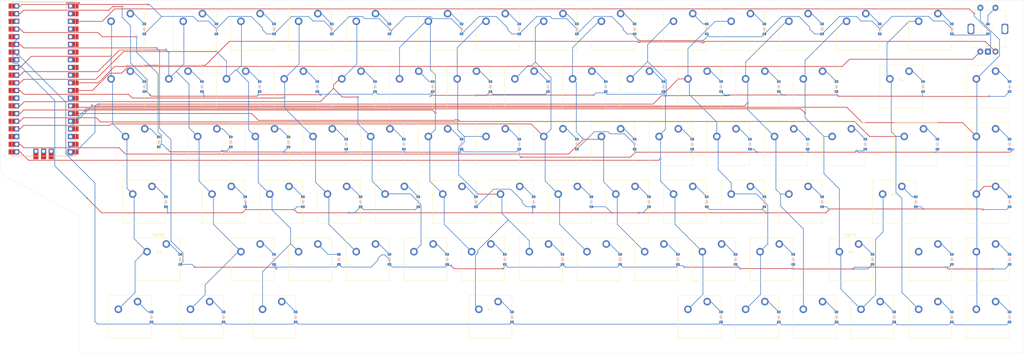
<source format=kicad_pcb>
(kicad_pcb (version 20241229) (generator "pcbnew") (generator_version "9.0")
  (layers (0 "F.Cu" signal) (2 "B.Cu" signal) (13 "F.Paste" user) (15 "B.Paste" user) (5 "F.SilkS" user "F.Silkscreen") (7 "B.SilkS" user "B.Silkscreen") (1 "F.Mask" user) (3 "B.Mask" user) (25 "Edge.Cuts" user))
  (net 0 "")
  (net 1 "COL11")
  (net 3 "COL6")
  (net 4 "COL14")
  (net 5 "COL12")
  (net 10 "COL7")
  (net 15 "COL4")
  (net 16 "ROW5")
  (net 17 "ROW3")
  (net 18 "ROW2")
  (net 22 "rotaryB")
  (net 23 "ROW4")
  (net 24 "COL3")
  (net 25 "COL1")
  (net 26 "COL13")
  (net 27 "COL10")
  (net 28 "ROW0")
  (net 30 "ROW1")
  (net 32 "COL0")
  (net 33 "COL9")
  (net 35 "COL8")
  (net 37 "rotaryA")
  (net 39 "COL2")
  (net 40 "COL5")
  (net 43 "Net-(D1-A)")
  (net 44 "Net-(D2-A)")
  (net 45 "Net-(D3-A)")
  (net 46 "Net-(D4-A)")
  (net 47 "Net-(D5-A)")
  (net 48 "Net-(D6-A)")
  (net 49 "Net-(D7-A)")
  (net 50 "Net-(D8-A)")
  (net 51 "Net-(D9-A)")
  (net 52 "Net-(D10-A)")
  (net 53 "Net-(D11-A)")
  (net 54 "Net-(D12-A)")
  (net 55 "Net-(D13-A)")
  (net 56 "Net-(D14-A)")
  (net 57 "Net-(D15-A)")
  (net 58 "Net-(D16-A)")
  (net 59 "Net-(D17-A)")
  (net 60 "Net-(D18-A)")
  (net 61 "Net-(D19-A)")
  (net 62 "Net-(D20-A)")
  (net 63 "Net-(D21-A)")
  (net 64 "Net-(D22-A)")
  (net 65 "Net-(D23-A)")
  (net 66 "Net-(D24-A)")
  (net 67 "Net-(D25-A)")
  (net 68 "Net-(D26-A)")
  (net 69 "Net-(D27-A)")
  (net 70 "Net-(D28-A)")
  (net 71 "Net-(D29-A)")
  (net 72 "Net-(D30-A)")
  (net 73 "Net-(D31-A)")
  (net 74 "Net-(D32-A)")
  (net 75 "Net-(D33-A)")
  (net 76 "Net-(D34-A)")
  (net 77 "Net-(D35-A)")
  (net 78 "Net-(D36-A)")
  (net 79 "Net-(D37-A)")
  (net 80 "Net-(D38-A)")
  (net 81 "Net-(D39-A)")
  (net 82 "Net-(D40-A)")
  (net 83 "Net-(D41-A)")
  (net 84 "Net-(D42-A)")
  (net 85 "Net-(D43-A)")
  (net 86 "Net-(D44-A)")
  (net 87 "Net-(D45-A)")
  (net 88 "Net-(D46-A)")
  (net 89 "Net-(D47-A)")
  (net 90 "Net-(D48-A)")
  (net 91 "Net-(D49-A)")
  (net 92 "Net-(D50-A)")
  (net 93 "Net-(D51-A)")
  (net 94 "Net-(D52-A)")
  (net 95 "Net-(D53-A)")
  (net 96 "Net-(D54-A)")
  (net 97 "Net-(D55-A)")
  (net 98 "Net-(D56-A)")
  (net 99 "Net-(D57-A)")
  (net 100 "Net-(D59-A)")
  (net 101 "Net-(D60-A)")
  (net 102 "Net-(D61-A)")
  (net 103 "Net-(D62-A)")
  (net 104 "Net-(D63-A)")
  (net 105 "Net-(D64-A)")
  (net 106 "Net-(D65-A)")
  (net 107 "Net-(D66-A)")
  (net 108 "Net-(D67-A)")
  (net 109 "Net-(D68-A)")
  (net 110 "Net-(D69-A)")
  (net 111 "Net-(D71-A)")
  (net 112 "Net-(D72-A)")
  (net 113 "Net-(D73-A)")
  (net 114 "Net-(D74-A)")
  (net 115 "Net-(D75-A)")
  (net 116 "Net-(D76-A)")
  (net 117 "Net-(D77-A)")
  (net 118 "Net-(D78-A)")
  (net 119 "Net-(D79-A)")
  (net 120 "Net-(D80-A)")
  (net 121 "Net-(D81-A)")
  (net 122 "Net-(D82-A)")
  (net 123 "Net-(D83-A)")
  (net 124 "GND")
  (net 126 "Net-(D84-A)")
  (footprint "ScottoKeebs_MX:MX_PCB_1.75u" (layer "F.Cu") (at 7.1438 -85.725)
    (property "Reference" "SW45" (hide yes))
    (property "Value" "Switch" (hide yes))
  )
  (footprint "ScottoKeebs_MX:MX_PCB_1.00u" (layer "F.Cu") (at 123.825 -104.775)
    (property "Reference" "SW36" (hide yes))
    (property "Value" "Switch" (hide yes))
  )
  (footprint "MountingHole:MountingHole_2.2mm_M2" (layer "F.Cu") (at 33.359375 -57.759375)
    (property "Reference" "H4" (hide yes))
    (property "Value" "MountingHole" (hide yes))
  )
  (footprint "ScottoKeebs_MX:MX_PCB_1.00u" (layer "F.Cu") (at 242.8875 -142.875)
    (property "Reference" "SW13" (hide yes))
    (property "Value" "Switch" (hide yes))
  )
  (footprint "ScottoKeebs_MX:MX_PCB_1.00u" (layer "F.Cu") (at 285.75 -85.725)
    (property "Reference" "SW58" (hide yes))
    (property "Value" "Switch" (hide yes))
  )
  (footprint "ScottoKeebs_MX:MX_PCB_1.50u" (layer "F.Cu") (at 261.9375 -104.775)
    (property "Reference" "SW43" (hide yes))
    (property "Value" "Switch" (hide yes))
  )
  (footprint "ScottoKeebs_MX:MX_PCB_1.00u" (layer "F.Cu") (at 195.2625 -66.675)
    (property "Reference" "SW68" (hide yes))
    (property "Value" "Switch" (hide yes))
  )
  (footprint "ScottoKeebs_MX:MX_PCB_1.00u" (layer "F.Cu") (at 142.875 -142.875)
    (property "Reference" "SW8" (hide yes))
    (property "Value" "Switch" (hide yes))
  )
  (footprint "ScottoKeebs_MX:MX_PCB_1.00u" (layer "F.Cu") (at 285.75 -66.675)
    (property "Reference" "SW84" (hide yes))
    (property "Value" "Switch" (hide yes))
  )
  (footprint "ScottoKeebs_MX:MX_PCB_1.50u" (layer "F.Cu") (at 4.7625 -104.775)
    (property "Reference" "SW30" (hide yes))
    (property "Value" "Switch" (hide yes))
  )
  (footprint "MountingHole:MountingHole_2.2mm_M2" (layer "F.Cu") (at 11.81875 -139.728125)
    (property "Reference" "H3" (hide yes))
    (property "Value" "MountingHole" (hide yes))
  )
  (footprint "MountingHole:MountingHole_2.2mm_M2" (layer "F.Cu") (at 133.35 -95.884375)
    (property "Reference" "H11" (hide yes))
    (property "Value" "MountingHole" (hide yes))
  )
  (footprint "ScottoKeebs_MX:MX_PCB_1.00u" (layer "F.Cu") (at 228.6 -47.625)
    (property "Reference" "SW79" (hide yes))
    (property "Value" "Switch" (hide yes))
  )
  (footprint "MountingHole:MountingHole_2.2mm_M2" (layer "F.Cu") (at 19.05 -95.25)
    (property "Reference" "H6" (hide yes))
    (property "Value" "MountingHole" (hide yes))
  )
  (footprint "ScottoKeebs_MX:MX_PCB_1.00u" (layer "F.Cu") (at 100.0125 -66.675)
    (property "Reference" "SW63" (hide yes))
    (property "Value" "Switch" (hide yes))
  )
  (footprint "ScottoKeebs_Stabilizers:Stabilizer_MX_2.00u" (layer "F.Cu") (at 254.8255 -85.725)
    (property "Reference" "S3")
    (property "Value" "MX_stab")
  )
  (footprint "ScottoKeebs_MX:MX_PCB_2.25u" (layer "F.Cu") (at 11.8745 -66.675)
    (property "Reference" "SW59")
    (property "Value" "Switch")
  )
  (footprint "ScottoKeebs_MX:MX_PCB_1.00u" (layer "F.Cu") (at 200.025 -104.775)
    (property "Reference" "SW40" (hide yes))
    (property "Value" "Switch" (hide yes))
  )
  (footprint "ScottoKeebs_MX:MX_PCB_6.25u" (layer "F.Cu") (at 121.4438 -47.625)
    (property "Reference" "SW76" (hide yes))
    (property "Value" "Switch" (hide yes))
  )
  (footprint "MountingHole:MountingHole_2.2mm_M2" (layer "F.Cu") (at 219.028125 -56.615625)
    (property "Reference" "H10" (hide yes))
    (property "Value" "MountingHole" (hide yes))
  )
  (footprint "ScottoKeebs_MX:MX_PCB_1.00u" (layer "F.Cu") (at 223.8375 -85.725)
    (property "Reference" "SW56" (hide yes))
    (property "Value" "Switch" (hide yes))
  )
  (footprint "MountingHole:MountingHole_2.2mm_M2" (layer "F.Cu") (at -19.05 -88.1063)
    (property "Reference" "H21" (hide yes))
    (property "Value" "MountingHole" (hide yes))
  )
  (footprint "ScottoKeebs_MX:MX_PCB_1.25u" (layer "F.Cu") (at 2.3813 -47.625)
    (property "Reference" "SW73" (hide yes))
    (property "Value" "Switch" (hide yes))
  )
  (footprint "ScottoKeebs_MX:MX_PCB_1.00u" (layer "F.Cu") (at 228.6 -123.825)
    (property "Reference" "SW27" (hide yes))
    (property "Value" "Switch" (hide yes))
  )
  (footprint "MountingHole:MountingHole_2.2mm_M2" (layer "F.Cu") (at 133.35 -134.009375)
    (property "Reference" "H22" (hide yes))
    (property "Value" "MountingHole" (hide yes))
  )
  (footprint "MountingHole:MountingHole_2.2mm_M2" (layer "F.Cu") (at 76.2 -95.69375)
    (property "Reference" "H18" (hide yes))
    (property "Value" "MountingHole" (hide yes))
  )
  (footprint "ScottoKeebs_MX:MX_PCB_1.00u" (layer "F.Cu") (at 42.8625 -142.875)
    (property "Reference" "SW3" (hide yes))
    (property "Value" "Switch" (hide yes))
  )
  (footprint "ScottoKeebs_MX:MX_PCB_1.00u" (layer "F.Cu") (at 142.875 -104.775)
    (property "Reference" "SW37" (hide yes))
    (property "Value" "Switch" (hide yes))
  )
  (footprint "ScottoKeebs_MX:MX_PCB_1.00u" (layer "F.Cu") (at 104.775 -104.775)
    (property "Reference" "SW35" (hide yes))
    (property "Value" "Switch" (hide yes))
  )
  (footprint "ScottoKeebs_MX:MX_PCB_1.00u" (layer "F.Cu") (at 80.9625 -142.875)
    (property "Reference" "SW5" (hide yes))
    (property "Value" "Switch" (hide yes))
  )
  (footprint "ScottoKeebs_MX:MX_PCB_1.00u" (layer "F.Cu") (at 214.3125 -66.675)
    (property "Reference" "SW69" (hide yes))
    (property "Value" "Switch" (hide yes))
  )
  (footprint "ScottoKeebs_MX:MX_PCB_1.00u" (layer "F.Cu") (at 138.1125 -66.675)
    (property "Reference" "SW65" (hide yes))
    (property "Value" "Switch" (hide yes))
  )
  (footprint "ScottoKeebs_MX:MX_PCB_1.00u" (layer "F.Cu") (at 128.5875 -85.725)
    (property "Reference" "SW51" (hide yes))
    (property "Value" "Switch" (hide yes))
  )
  (footprint "ScottoKeebs_MX:MX_PCB_1.00u" (layer "F.Cu") (at 19.05 -123.825)
    (property "Reference" "SW16" (hide yes))
    (property "Value" "Switch" (hide yes))
  )
  (footprint "ScottoKeebs_MX:MX_PCB_1.00u" (layer "F.Cu") (at 80.9625 -66.675)
    (property "Reference" "SW62" (hide yes))
    (property "Value" "Switch" (hide yes))
  )
  (footprint "ScottoKeebs_MX:MX_PCB_1.00u" (layer "F.Cu") (at 123.825 -142.875)
    (property "Reference" "SW7" (hide yes))
    (property "Value" "Switch" (hide yes))
  )
  (footprint "ScottoKeebs_MX:MX_PCB_1.00u" (layer "F.Cu") (at 204.7875 -142.875)
    (property "Reference" "SW11" (hide yes))
    (property "Value" "Switch" (hide yes))
  )
  (footprint "ScottoKeebs_MX:MX_PCB_1.00u" (layer "F.Cu") (at 61.9125 -142.875)
    (property "Reference" "SW4" (hide yes))
    (property "Value" "Switch" (hide yes))
  )
  (footprint "ScottoKeebs_MX:MX_PCB_1.00u" (layer "F.Cu") (at 57.15 -123.825)
    (property "Reference" "SW18" (hide yes))
    (property "Value" "Switch" (hide yes))
  )
  (footprint "MountingHole:MountingHole_2.2mm_M2" (layer "F.Cu") (at 254.79375 -135.73125)
    (property "Reference" "H17" (hide yes))
    (property "Value" "MountingHole" (hide yes))
  )
  (footprint "ScottoKeebs_MX:MX_PCB_1.00u" (layer "F.Cu") (at 42.8625 -66.675)
    (property "Reference" "SW60" (hide yes))
    (property "Value" "Switch" (hide yes))
  )
  (footprint "ScottoKeebs_MX:MX_PCB_1.00u" (layer "F.Cu") (at 0 -142.875)
    (property "Reference" "SW1" (hide yes))
    (property "Value" "Switch" (hide yes))
  )
  (footprint "ScottoKeebs_MX:MX_PCB_1.00u" (layer "F.Cu") (at 114.3 -123.825)
    (property "Reference" "SW21" (hide yes))
    (property "Value" "Switch" (hide yes))
  )
  (footprint "ScottoKeebs_MX:MX_PCB_1.00u" (layer "F.Cu") (at 109.5375 -85.725)
    (property "Reference" "SW50" (hide yes))
    (property "Value" "Switch" (hide yes))
  )
  (footprint "MountingHole:MountingHole_2.2mm_M2" (layer "F.Cu") (at 195.390625 -76.63125)
    (property "Reference" "H12" (hide yes))
    (property "Value" "MountingHole" (hide yes))
  )
  (footprint "ScottoKeebs_MX:MX_PCB_1.00u" (layer "F.Cu") (at 204.7875 -85.725)
    (property "Reference" "SW55" (hide yes))
    (property "Value" "Switch" (hide yes))
  )
  (footprint "ScottoKeebs_MX:MX_PCB_1.00u" (layer "F.Cu") (at 104.775 -142.875)
    (property "Reference" "SW6" (hide yes))
    (property "Value" "Switch" (hide yes))
  )
  (footprint "ScottoKeebs_MX:MX_PCB_2.00u" (layer "F.Cu") (at 257.175 -123.825)
    (property "Reference" "SW28" (hide yes))
    (property "Value" "Switch" (hide yes))
  )
  (footprint "ScottoKeebs_MX:MX_PCB_1.00u" (layer "F.Cu") (at 76.2 -123.825)
    (property "Reference" "SW19" (hide yes))
    (property "Value" "Switch" (hide yes))
  )
  (footprint "ScottoKeebs_MX:MX_PCB_1.00u" (layer "F.Cu") (at 157.1625 -66.675)
    (property "Reference" "SW66" (hide yes))
    (property "Value" "Switch" (hide yes))
  )
  (footprint "ScottoKeebs_MX:MX_PCB_1.00u" (layer "F.Cu") (at 209.55 -123.825)
    (property "Reference" "SW26" (hide yes))
    (property "Value" "Switch" (hide yes))
  )
  (footprint "ScottoKeebs_MX:MX_PCB_1.00u" (layer "F.Cu") (at 285.75 -47.625)
    (property "Reference" "SW82" (hide yes))
    (property "Value" "Switch" (hide yes))
  )
  (footprint "MountingHole:MountingHole_2.2mm_M2" (layer "F.Cu") (at 276.225 -114.3)
    (property "Reference" "H8" (hide yes))
    (property "Value" "MountingHole" (hide yes))
  )
  (footprint "ScottoKeebs_MX:MX_PCB_1.00u" (layer "F.Cu") (at 219.075 -104.775)
    (property "Reference" "SW41" (hide yes))
    (property "Value" "Switch" (hide yes))
  )
  (footprint "ScottoKeebs_MX:MX_PCB_1.00u" (layer "F.Cu") (at 119.0625 -66.675)
    (property "Reference" "SW64" (hide yes))
    (property "Value" "Switch" (hide yes))
  )
  (footprint "ScottoKeebs_MX:MX_PCB_1.00u" (layer "F.Cu") (at 71.4375 -85.725)
    (property "Reference" "SW48" (hide yes))
    (property "Value" "Switch" (hide yes))
  )
  (footprint "ScottoKeebs_MX:MX_PCB_1.00u" (layer "F.Cu") (at 90.4875 -85.725)
    (property "Reference" "SW49" (hide yes))
    (property "Value" "Switch" (hide yes))
  )
  (footprint "ScottoKeebs_MX:MX_PCB_1.00u" (layer "F.Cu") (at 23.8125 -142.875)
    (property "Reference" "SW2" (hide yes))
    (property "Value" "Switch" (hide yes))
  )
  (footprint "ScottoKeebs_MX:MX_PCB_1.25u" (layer "F.Cu") (at 26.1938 -47.625)
    (property "Reference" "SW74" (hide yes))
    (property "Value" "Switch" (hide yes))
  )
  (footprint "ScottoKeebs_Stabilizers:Stabilizer_MX_2.00u" (layer "F.Cu") (at 257.2068 -123.9838)
    (property "Reference" "S4")
    (property "Value" "MX_stab")
  )
  (footprint "ScottoKeebs_MX:MX_PCB_1.75u" (layer "F.Cu") (at 240.5063 -66.675)
    (property "Reference" "SW71")
    (property "Value" "Switch")
  )
  (footprint "PCM_marbastlib-various:ROT_Alps_EC11E-Switch" (layer "F.Cu") (at 285.75 -142.875)
    (property "Reference" "SW83" (hide yes))
    (property "Value" "RotaryEncoder_Switch" (hide yes))
  )
  (footprint "ScottoKeebs_MX:MX_PCB_1.00u" (layer "F.Cu") (at 0 -123.825)
    (property "Reference" "SW15" (hide yes))
    (property "Value" "Switch" (hide yes))
  )
  (footprint "ScottoKeebs_MX:MX_PCB_1.00u" (layer "F.Cu") (at 147.6375 -85.725)
    (property "Reference" "SW52" (hide yes))
    (property "Value" "Switch" (hide yes))
  )
  (footprint "ScottoKeebs_MX:MX_PCB_1.00u" (layer "F.Cu") (at 66.675 -104.775)
    (property "Reference" "SW33" (hide yes))
    (property "Value" "Switch" (hide yes))
  )
  (footprint "ScottoKeebs_MX:MX_PCB_1.00u" (layer "F.Cu") (at 166.6875 -85.725)
    (property "Reference" "SW53" (hide yes))
    (property "Value" "Switch" (hide yes))
  )
  (footprint "ScottoKeebs_MX:MX_PCB_1.25u" (layer "F.Cu") (at 50.0063 -47.625)
    (property "Reference" "SW75" (hide yes))
    (property "Value" "Switch" (hide yes))
  )
  (footprint "MountingHole:MountingHole_2.2mm_M2" (layer "F.Cu") (at -33.3375 -95.25)
    (property "Reference" "H16" (hide yes))
    (property "Value" "MountingHole" (hide yes))
  )
  (footprint "MountingHole:MountingHole_2.2mm_M2" (layer "F.Cu") (at 123.825 -114.946875)
    (property "Reference" "H25" (hide yes))
    (property "Value" "MountingHole" (hide yes))
  )
  (footprint "MountingHole:MountingHole_2.2mm_M2" (layer "F.Cu") (at 195.2 -134.009375)
    (property "Reference" "H7" (hide yes))
    (property "Value" "MountingHole" (hide yes))
  )
  (footprint "ScottoKeebs_MCU:Raspberry_Pi_Pico" (layer "F.Cu") (at -26.1156 -126.3325)
    (property "Reference" "U1" (hide yes))
    (property "Value" "Raspberry_Pi_Pico" (hide yes))
  )
  (footprint "MountingHole:MountingHole_2.2mm_M2" (layer "F.Cu") (at 90.4875 -75.678125)
    (property "Reference" "H19" (hide yes))
    (property "Value" "MountingHole" (hide yes))
  )
  (footprint "ScottoKeebs_MX:MX_PCB_1.00u" (layer "F.Cu") (at 190.5 -47.625)
    (property "Reference" "SW77" (hide yes))
    (property "Value" "Switch" (hide yes))
  )
  (footprint "ScottoKeebs_MX:MX_PCB_1.00u" (layer "F.Cu") (at 190.5 -123.825)
    (property "Reference" "SW25" (hide yes))
    (property "Value" "Switch" (hide yes))
  )
  (footprint "ScottoKeebs_MX:MX_PCB_1.00u" (layer "F.Cu") (at 33.3375 -85.725)
    (property "Reference" "SW46" (hide yes))
    (property "Value" "Switch" (hide yes))
  )
  (footprint "ScottoKeebs_MX:MX_PCB_1.00u" (layer "F.Cu") (at 152.4 -123.825)
    (property "Reference" "SW23" (hide yes))
    (property "Value" "Switch" (hide yes))
  )
  (footprint "ScottoKeebs_MX:MX_PCB_1.00u" (layer "F.Cu") (at 161.925 -142.875)
    (property "Reference" "SW9" (hide yes))
    (property "Value" "Switch" (hide yes))
  )
  (footprint "ScottoKeebs_MX:MX_PCB_1.00u" (layer "F.Cu") (at 247.65 -47.625)
    (property "Reference" "SW80" (hide yes))
    (property "Value" "Switch" (hide yes))
  )
  (footprint "ScottoKeebs_Stabilizers:Stabilizer_MX_6.25u" (layer "F.Cu") (at 121.4438 -47.7838)
    (property "Reference" "S1")
    (property "Value" "MX_stab")
  )
  (footprint "MountingHole:MountingHole_2.2mm_M2" (layer "F.Cu") (at 47.625 -114.565625)
    (property "Reference" "H1" (hide yes))
    (property "Value" "MountingHole" (hide yes))
  )
  (footprint "ScottoKeebs_MX:MX_PCB_1.00u" (layer "F.Cu") (at 47.625 -104.775)
    (property "Reference" "SW32" (hide yes))
    (property "Value" "Switch" (hide yes))
  )
  (footprint "ScottoKeebs_MX:MX_PCB_1.00u" (layer "F.Cu") (at 28.575 -104.775)
    (property "Reference" "SW31" (hide yes))
    (property "Value" "Switch" (hide yes))
  )
  (footprint "ScottoKeebs_MX:MX_PCB_1.00u" (layer "F.Cu") (at 185.7375 -142.875)
    (property "Reference" "SW10" (hide yes))
    (property "Value" "Switch" (hide yes))
  )
  (footprint "ScottoKeebs_MX:MX_PCB_1.00u" (layer "F.Cu") (at 266.7 -66.675)
    (property "Reference" "SW72" (hide yes))
    (property "Value" "Switch" (hide yes))
  )
  (footprint "ScottoKeebs_MX:MX_PCB_1.00u" (layer "F.Cu") (at 180.975 -104.775)
    (property "Reference" "SW39" (hide yes))
    (property "Value" "Switch" (hide yes))
  )
  (footprint "MountingHole:MountingHole_2.2mm_M2" (layer "F.Cu") (at 190.5 -113.99375)
    (property "Reference" "H15" (hide yes))
    (property "Value" "MountingHole" (hide yes))
  )
  (footprint "ScottoKeebs_Stabilizers:Stabilizer_MX_2.00u" (layer "F.Cu") (at 11.9063 -66.8338)
    (property "Reference" "S2")
    (property "Value" "MX_stab")
  )
  (footprint "ScottoKeebs_MX:MX_PCB_1.00u" (layer "F.Cu") (at 133.35 -123.825)
    (property "Reference" "SW22" (hide yes))
    (property "Value" "Switch" (hide yes))
  )
  (footprint "ScottoKeebs_MX:MX_PCB_1.00u" (layer "F.Cu") (at 38.1 -123.825)
    (property "Reference" "SW17" (hide yes))
    (property "Value" "Switch" (hide yes))
  )
  (footprint "ScottoKeebs_MX:MX_PCB_1.00u" (layer "F.Cu") (at 266.7 -142.875)
    (property "Reference" "SW14" (hide yes))
    (property "Value" "Switch" (hide yes))
  )
  (footprint "ScottoKeebs_MX:MX_PCB_1.00u" (layer "F.Cu") (at 171.45 -123.825)
    (property "Reference" "SW24" (hide yes))
    (property "Value" "Switch" (hide yes))
  )
  (footprint "ScottoKeebs_MX:MX_PCB_1.00u" (layer "F.Cu") (at 285.75 -123.825)
    (property "Reference" "SW29" (hide yes))
    (property "Value" "Switch" (hide yes))
  )
  (footprint "ScottoKeebs_MX:MX_PCB_1.00u" (layer "F.Cu") (at 176.2125 -66.675)
    (property "Reference" "SW67" (hide yes))
    (property "Value" "Switch" (hide yes))
  )
  (footprint "MountingHole:MountingHole_2.2mm_M2" (layer "F.Cu") (at 195.2625 -94.740625)
    (property "Reference" "H23" (hide yes))
    (property "Value" "MountingHole" (hide yes))
  )
  (footprint "ScottoKeebs_MX:MX_PCB_1.00u" (layer "F.Cu") (at 52.3875 -85.725)
    (property "Reference" "SW47" (hide yes))
    (property "Value" "Switch" (hide yes))
  )
  (footprint "ScottoKeebs_MX:MX_PCB_1.00u" (layer "F.Cu") (at 185.7375 -85.725)
    (property "Reference" "SW54" (hide yes))
    (property "Value" "Switch" (hide yes))
  )
  (footprint "ScottoKeebs_MX:MX_PCB_1.00u" (layer "F.Cu") (at 95.25 -123.825)
    (property "Reference" "SW20" (hide yes))
    (property "Value" "Switch" (hide yes))
  )
  (footprint "ScottoKeebs_MX:MX_PCB_1.00u" (layer "F.Cu") (at 285.75 -104.775)
    (property "Reference" "SW44" (hide yes))
    (property "Value" "Switch" (hide yes))
  )
  (footprint "ScottoKeebs_MX:MX_PCB_1.00u" (layer "F.Cu") (at 85.725 -104.775)
    (property "Reference" "SW34" (hide yes))
    (property "Value" "Switch" (hide yes))
  )
  (footprint "ScottoKeebs_MX:MX_PCB_2.25u" (layer "F.Cu") (at 254.7938 -85.725)
    (property "Reference" "SW57" (hide yes))
    (property "Value" "Switch" (hide yes))
  )
  (footprint "MountingHole:MountingHole_2.2mm_M2" (layer "F.Cu") (at 276.225 -76.2)
    (property "Reference" "H13" (hide yes))
    (property "Value" "MountingHole" (hide yes))
  )
  (footprint "MountingHole:MountingHole_2.2mm_M2" (layer "F.Cu") (at 250.03125 -97.63125)
    (property "Reference" "H14" (hide yes))
    (property "Value" "MountingHole" (hide yes))
  )
  (footprint "MountingHole:MountingHole_2.2mm_M2" (layer "F.Cu") (at 71.484375 -133.81875)
    (property "Reference" "H9" (hide yes))
    (property "Value" "MountingHole" (hide yes))
  )
  (footprint "MountingHole:MountingHole_2.2mm_M2" (layer "F.Cu") (at 276.225 -57.15)
    (property "Reference" "H20" (hide yes))
    (property "Value" "MountingHole" (hide yes))
  )
  (footprint "MountingHole:MountingHole_2.2mm_M2" (layer "F.Cu") (at 128.671875 -57.56875)
    (property "Reference" "H2" (hide yes))
    (property "Value" "MountingHole" (hide yes))
  )
  (footprint "ScottoKeebs_MX:MX_PCB_1.00u" (layer "F.Cu") (at 266.7 -47.625)
    (property "Reference" "SW81" (hide yes))
    (property "Value" "Switch" (hide yes))
  )
  (footprint "ScottoKeebs_MX:MX_PCB_1.00u" (layer "F.Cu") (at 61.9125 -66.675)
    (property "Reference" "SW61" (hide yes))
    (property "Value" "Switch" (hide yes))
  )
  (footprint "ScottoKeebs_MX:MX_PCB_1.00u" (layer "F.Cu") (at 161.925 -104.775)
    (property "Reference" "SW38" (hide yes))
    (property "Value" "Switch" (hide yes))
  )
  (footprint "ScottoKeebs_MX:MX_PCB_1.00u" (layer "F.Cu") (at 238.125 -104.775)
    (property "Reference" "SW42" (hide yes))
    (property "Value" "Switch" (hide yes))
  )
  (footprint "MountingHole:MountingHole_2.2mm_M2" (layer "F.Cu") (at 52.3875 -75.678125)
    (property "Reference" "H5" (hide yes))
    (property "Value" "MountingHole" (hide yes))
  )
  (footprint "ScottoKeebs_Stabilizers:Stabilizer_MX_2.00u" (layer "F.Cu") (at 240.4745 -66.8338)
    (property "Reference" "S5")
    (property "Value" "MX_stab")
  )
  (footprint "ScottoKeebs_MX:MX_PCB_1.00u" (layer "F.Cu") (at 223.8375 -142.875)
    (property "Reference" "SW12" (hide yes))
    (property "Value" "Switch" (hide yes))
  )
  (footprint "ScottoKeebs_MX:MX_PCB_1.00u" (layer "F.Cu") (at 209.55 -47.625)
    (property "Reference" "SW78" (hide yes))
    (property "Value" "Switch" (hide yes))
  )
  (footprint "MountingHole:MountingHole_2.2mm_M2" (layer "F.Cu") (at 128.5875 -75.4875)
    (property "Reference" "H24" (hide yes))
    (property "Value" "MountingHole" (hide yes))
  )
  (footprint "ScottoKeebs_Components:Diode_SOD-123" (layer "B.Cu") (at 150.0188 -142.875 90)
    (property "Reference" "D8" (hide yes))
    (property "Value" "~" (hide yes))
  )
  (footprint "ScottoKeebs_Components:Diode_SOD-123" (layer "B.Cu") (at 50.0063 -142.875 90)
    (property "Reference" "D3" (hide yes))
    (property "Value" "~" (hide yes))
  )
  (footprint "ScottoKeebs_Components:Diode_SOD-123" (layer "B.Cu") (at 216.6938 -47.625 90)
    (property "Reference" "D78" (hide yes))
    (property "Value" "~" (hide yes))
  )
  (footprint "ScottoKeebs_Components:Diode_SOD-123" (layer "B.Cu") (at 88.1063 -142.875 90)
    (property "Reference" "D5" (hide yes))
    (property "Value" "~" (hide yes))
  )
  (footprint "ScottoKeebs_Components:Diode_SOD-123" (layer "B.Cu") (at 14.2875 -85.725 90)
    (property "Reference" "D45" (hide yes))
    (property "Value" "~" (hide yes))
  )
  (footprint "ScottoKeebs_Components:Diode_SOD-123" (layer "B.Cu") (at 121.4438 -123.825 90)
    (property "Reference" "D21" (hide yes))
    (property "Value" "~" (hide yes))
  )
  (footprint "ScottoKeebs_Components:Diode_SOD-123" (layer "B.Cu") (at 264.3188 -123.825 90)
    (property "Reference" "D28" (hide yes))
    (property "Value" "~" (hide yes))
  )
  (footprint "ScottoKeebs_Components:Diode_SOD-123" (layer "B.Cu") (at 26.1938 -123.825 90)
    (property "Reference" "D16" (hide yes))
    (property "Value" "~" (hide yes))
  )
  (footprint "ScottoKeebs_Components:Diode_SOD-123" (layer "B.Cu") (at 45.2438 -123.825 90)
    (property "Reference" "D17" (hide yes))
    (property "Value" "~" (hide yes))
  )
  (footprint "ScottoKeebs_Components:Diode_SOD-123" (layer "B.Cu") (at 7.1438 -123.825 90)
    (property "Reference" "D15" (hide yes))
    (property "Value" "~" (hide yes))
  )
  (footprint "ScottoKeebs_Components:Diode_SOD-123" (layer "B.Cu") (at 197.6438 -123.825 90)
    (property "Reference" "D25" (hide yes))
    (property "Value" "~" (hide yes))
  )
  (footprint "ScottoKeebs_Components:Diode_SOD-123" (layer "B.Cu") (at 292.8938 -123.825 90)
    (property "Reference" "D29" (hide yes))
    (property "Value" "~" (hide yes))
  )
  (footprint "ScottoKeebs_Components:Diode_SOD-123" (layer "B.Cu") (at 69.0563 -142.875 90)
    (property "Reference" "D4" (hide yes))
    (property "Value" "~" (hide yes))
  )
  (footprint "ScottoKeebs_Components:Diode_SOD-123" (layer "B.Cu") (at 83.3438 -123.825 90)
    (property "Reference" "D19" (hide yes))
    (property "Value" "~" (hide yes))
  )
  (footprint "ScottoKeebs_Components:Diode_SOD-123" (layer "B.Cu") (at 188.1188 -104.775 90)
    (property "Reference" "D39" (hide yes))
    (property "Value" "~" (hide yes))
  )
  (footprint "ScottoKeebs_Components:Diode_SOD-123" (layer "B.Cu") (at 292.8938 -104.775 90)
    (property "Reference" "D44" (hide yes))
    (property "Value" "~" (hide yes))
  )
  (footprint "ScottoKeebs_Components:Diode_SOD-123" (layer "B.Cu") (at 273.8438 -66.675 90)
    (property "Reference" "D72" (hide yes))
    (property "Value" "~" (hide yes))
  )
  (footprint "ScottoKeebs_Components:Diode_SOD-123" (layer "B.Cu") (at 221.4563 -66.675 90)
    (property "Reference" "D69" (hide yes))
    (property "Value" "~" (hide yes))
  )
  (footprint "ScottoKeebs_Components:Diode_SOD-123" (layer "B.Cu") (at 50.0063 -66.675 90)
    (property "Reference" "D60" (hide yes))
    (property "Value" "~" (hide yes))
  )
  (footprint "ScottoKeebs_Components:Diode_SOD-123" (layer "B.Cu") (at 292.8938 -66.675 90)
    (property "Reference" "D84" (hide yes))
    (property "Value" "~" (hide yes))
  )
  (footprint "ScottoKeebs_Components:Diode_SOD-123" (layer "B.Cu") (at 169.0688 -142.875 90)
    (property "Reference" "D9" (hide yes))
    (property "Value" "~" (hide yes))
  )
  (footprint "ScottoKeebs_Components:Diode_SOD-123" (layer "B.Cu") (at 273.8438 -142.875 90)
    (property "Reference" "D14" (hide yes))
    (property "Value" "~" (hide yes))
  )
  (footprint "ScottoKeebs_Components:Diode_SOD-123" (layer "B.Cu") (at 97.6313 -85.725 90)
    (property "Reference" "D49" (hide yes))
    (property "Value" "~" (hide yes))
  )
  (footprint "ScottoKeebs_Components:Diode_SOD-123" (layer "B.Cu") (at 92.8688 -104.775 90)
    (property "Reference" "D34" (hide yes))
    (property "Value" "~" (hide yes))
  )
  (footprint "ScottoKeebs_Components:Diode_SOD-123" (layer "B.Cu") (at 247.65 -66.675 90)
    (property "Reference" "D71" (hide yes))
    (property "Value" "~" (hide yes))
  )
  (footprint "ScottoKeebs_Components:Diode_SOD-123" (layer "B.Cu") (at 192.8813 -85.725 90)
    (property "Reference" "D54" (hide yes))
    (property "Value" "~" (hide yes))
  )
  (footprint "ScottoKeebs_Components:Diode_SOD-123" (layer "B.Cu") (at 154.7813 -85.725 90)
    (property "Reference" "D52" (hide yes))
    (property "Value" "~" (hide yes))
  )
  (footprint "ScottoKeebs_Components:Diode_SOD-123" (layer "B.Cu") (at 59.5313 -85.725 90)
    (property "Reference" "D47" (hide yes))
    (property "Value" "~" (hide yes))
  )
  (footprint "ScottoKeebs_Components:Diode_SOD-123" (layer "B.Cu") (at 64.2938 -123.825 90)
    (property "Reference" "D18" (hide yes))
    (property "Value" "~" (hide yes))
  )
  (footprint "ScottoKeebs_Components:Diode_SOD-123" (layer "B.Cu") (at 235.7438 -47.625 90)
    (property "Reference" "D79" (hide yes))
    (property "Value" "~" (hide yes))
  )
  (footprint "ScottoKeebs_Components:Diode_SOD-123" (layer "B.Cu") (at 202.4063 -66.675 90)
    (property "Reference" "D68" (hide yes))
    (property "Value" "~" (hide yes))
  )
  (footprint "ScottoKeebs_Components:Diode_SOD-123" (layer "B.Cu") (at 7.1438 -142.875 90)
    (property "Reference" "D1" (hide yes))
    (property "Value" "~" (hide yes))
  )
  (footprint "ScottoKeebs_Components:Diode_SOD-123" (layer "B.Cu") (at 245.2688 -104.775 90)
    (property "Reference" "D42" (hide yes))
    (property "Value" "~" (hide yes))
  )
  (footprint "ScottoKeebs_Components:Diode_SOD-123" (layer "B.Cu") (at 135.7313 -85.725 90)
    (property "Reference" "D51" (hide yes))
    (property "Value" "~" (hide yes))
  )
  (footprint "ScottoKeebs_Components:Diode_SOD-123" (layer "B.Cu") (at 226.2188 -104.775 90)
    (property "Reference" "D41" (hide yes))
    (property "Value" "~" (hide yes))
  )
  (footprint "ScottoKeebs_Components:Diode_SOD-123" (layer "B.Cu") (at 35.7188 -105.5063 90)
    (property "Reference" "D31" (hide yes))
    (property "Value" "~" (hide yes))
  )
  (footprint "ScottoKeebs_Components:Diode_SOD-123" (layer "B.Cu") (at 111.9188 -142.875 90)
    (property "Reference" "D6" (hide yes))
    (property "Value" "~" (hide yes))
  )
  (footprint "ScottoKeebs_Components:Diode_SOD-123" (layer "B.Cu") (at 88.1063 -66.675 90)
    (property "Reference" "D62" (hide yes))
    (property "Value" "~" (hide yes))
  )
  (footprint "ScottoKeebs_Components:Diode_SOD-123" (layer "B.Cu") (at 11.9063 -105.5063 90)
    (property "Reference" "D30" (hide yes))
    (property "Value" "~" (hide yes))
  )
  (footprint "ScottoKeebs_Components:Diode_SOD-123" (layer "B.Cu") (at 192.8813 -142.875 90)
    (property "Reference" "D10" (hide yes))
    (property "Value" "~" (hide yes))
  )
  (footprint "ScottoKeebs_Components:Diode_SOD-123" (layer "B.Cu") (at 130.9688 -104.775 90)
    (property "Reference" "D36" (hide yes))
    (property "Value" "~" (hide yes))
  )
  (footprint "ScottoKeebs_Components:Diode_SOD-123" (layer "B.Cu") (at 54.7688 -105.5063 90)
    (property "Reference" "D32" (hide yes))
    (property "Value" "~" (hide yes))
  )
  (footprint "ScottoKeebs_Components:Diode_SOD-123" (layer "B.Cu") (at 9.525 -47.625 90)
    (property "Reference" "D73" (hide yes))
    (property "Value" "~" (hide yes))
  )
  (footprint "ScottoKeebs_Components:Diode_SOD-123" (layer "B.Cu") (at 261.9375 -85.725 90)
    (property "Reference" "D57" (hide yes))
    (property "Value" "~" (hide yes))
  )
  (footprint "ScottoKeebs_Components:Diode_SOD-123" (layer "B.Cu") (at 111.9188 -104.775 90)
    (property "Reference" "D35" (hide yes))
    (property "Value" "~" (hide yes))
  )
  (footprint "ScottoKeebs_Components:Diode_SOD-123" (layer "B.Cu") (at 269.0813 -104.775 90)
    (property "Reference" "D43" (hide yes))
    (property "Value" "~" (hide yes))
  )
  (footprint "ScottoKeebs_Components:Diode_SOD-123" (layer "B.Cu") (at 207.1688 -104.775 90)
    (property "Reference" "D40" (hide yes))
    (property "Value" "~" (hide yes))
  )
  (footprint "ScottoKeebs_Components:Diode_SOD-123" (layer "B.Cu") (at 102.3938 -123.825 90)
    (property "Reference" "D20" (hide yes))
    (property "Value" "~" (hide yes))
  )
  (footprint "ScottoKeebs_Components:Diode_SOD-123" (layer "B.Cu") (at 216.6938 -123.825 90)
    (property "Reference" "D26" (hide yes))
    (property "Value" "~" (hide yes))
  )
  (footprint "ScottoKeebs_Components:Diode_SOD-123" (layer "B.Cu") (at 197.6438 -47.625 90)
    (property "Reference" "D77" (hide yes))
    (property "Value" "~" (hide yes))
  )
  (footprint "ScottoKeebs_Components:Diode_SOD-123" (layer "B.Cu") (at 40.4813 -85.725 90)
    (property "Reference" "D46" (hide yes))
    (property "Value" "~" (hide yes))
  )
  (footprint "ScottoKeebs_Components:Diode_SOD-123" (layer "B.Cu") (at 30.9563 -142.875 90)
    (property "Reference" "D2" (hide yes))
    (property "Value" "~" (hide yes))
  )
  (footprint "ScottoKeebs_Components:Diode_SOD-123" (layer "B.Cu") (at 107.1563 -66.675 90)
    (property "Reference" "D63" (hide yes))
    (property "Value" "~" (hide yes))
  )
  (footprint "ScottoKeebs_Components:Diode_SOD-123" (layer "B.Cu") (at 211.9313 -142.875 90)
    (property "Reference" "D11" (hide yes))
    (property "Value" "~" (hide yes))
  )
  (footprint "ScottoKeebs_Components:Diode_SOD-123" (layer "B.Cu") (at 169.0688 -104.775 90)
    (property "Reference" "D38" (hide yes))
    (property "Value" "~" (hide yes))
  )
  (footprint "ScottoKeebs_Components:Diode_SOD-123" (layer "B.Cu") (at 33.3375 -47.625 90)
    (property "Reference" "D74" (hide yes))
    (property "Value" "~" (hide yes))
  )
  (footprint "ScottoKeebs_Components:Diode_SOD-123" (layer "B.Cu") (at 130.9688 -142.875 90)
    (property "Reference" "D7" (hide yes))
    (property "Value" "~" (hide yes))
  )
  (footprint "ScottoKeebs_Components:Diode_SOD-123" (layer "B.Cu") (at 126.2063 -66.675 90)
    (property "Reference" "D64" (hide yes))
    (property "Value" "~" (hide yes))
  )
  (footprint "ScottoKeebs_Components:Diode_SOD-123" (layer "B.Cu") (at 254.7938 -47.625 90)
    (property "Reference" "D80" (hide yes))
    (property "Value" "~" (hide yes))
  )
  (footprint "ScottoKeebs_Components:Diode_SOD-123" (layer "B.Cu") (at 145.2563 -66.675 90)
    (property "Reference" "D65" (hide yes))
    (property "Value" "~" (hide yes))
  )
  (footprint "ScottoKeebs_Components:Diode_SOD-123" (layer "B.Cu") (at 292.8938 -47.625 90)
    (property "Reference" "D82" (hide yes))
    (property "Value" "~" (hide yes))
  )
  (footprint "ScottoKeebs_Components:Diode_SOD-123" (layer "B.Cu") (at 128.5875 -47.625 90)
    (property "Reference" "D76" (hide yes))
    (property "Value" "~" (hide yes))
  )
  (footprint "ScottoKeebs_Components:Diode_SOD-123" (layer "B.Cu") (at 19.0182 -66.675 90)
    (property "Reference" "D59" (hide yes))
    (property "Value" "~" (hide yes))
  )
  (footprint "ScottoKeebs_Components:Diode_SOD-123" (layer "B.Cu") (at 159.5438 -123.825 90)
    (property "Reference" "D23" (hide yes))
    (property "Value" "~" (hide yes))
  )
  (footprint "ScottoKeebs_Components:Diode_SOD-123" (layer "B.Cu") (at 173.8313 -85.725 90)
    (property "Reference" "D53" (hide yes))
    (property "Value" "~" (hide yes))
  )
  (footprint "ScottoKeebs_Components:Diode_SOD-123" (layer "B.Cu") (at 250.0313 -142.875 90)
    (property "Reference" "D13" (hide yes))
    (property "Value" "~" (hide yes))
  )
  (footprint "ScottoKeebs_Components:Diode_SOD-123" (layer "B.Cu") (at 78.5813 -85.725 90)
    (property "Reference" "D48" (hide yes))
    (property "Value" "~" (hide yes))
  )
  (footprint "ScottoKeebs_Components:Diode_SOD-123" (layer "B.Cu") (at 230.9813 -142.875 90)
    (property "Reference" "D12" (hide yes))
    (property "Value" "~" (hide yes))
  )
  (footprint "ScottoKeebs_Components:Diode_SOD-123" (layer "B.Cu") (at 273.8438 -47.625 90)
    (property "Reference" "D81" (hide yes))
    (property "Value" "~" (hide yes))
  )
  (footprint "ScottoKeebs_Components:Diode_SOD-123" (layer "B.Cu") (at 230.9813 -85.725 90)
    (property "Reference" "D56" (hide yes))
    (property "Value" "~" (hide yes))
  )
  (footprint "ScottoKeebs_Components:Diode_SOD-123" (layer "B.Cu") (at 73.8188 -104.775 90)
    (property "Reference" "D33" (hide yes))
    (property "Value" "~" (hide yes))
  )
  (footprint "ScottoKeebs_Components:Diode_SOD-123" (layer "B.Cu") (at 57.15 -47.625 90)
    (property "Reference" "D75" (hide yes))
    (property "Value" "~" (hide yes))
  )
  (footprint "ScottoKeebs_Components:Diode_SOD-123" (layer "B.Cu") (at 71.4375 -66.675 90)
    (property "Reference" "D61" (hide yes))
    (property "Value" "~" (hide yes))
  )
  (footprint "ScottoKeebs_Components:Diode_SOD-123" (layer "B.Cu") (at 211.9313 -85.725 90)
    (property "Reference" "D55" (hide yes))
    (property "Value" "~" (hide yes))
  )
  (footprint "ScottoKeebs_Components:Diode_SOD-123" (layer "B.Cu") (at 178.5938 -123.825 90)
    (property "Reference" "D24" (hide yes))
    (property "Value" "~" (hide yes))
  )
  (footprint "ScottoKeebs_Components:Diode_SOD-123" (layer "B.Cu") (at 116.6813 -85.725 90)
    (property "Reference" "D50" (hide yes))
    (property "Value" "~" (hide yes))
  )
  (footprint "ScottoKeebs_Components:Diode_SOD-123" (layer "B.Cu") (at 183.3563 -66.675 90)
    (property "Reference" "D67" (hide yes))
    (property "Value" "~" (hide yes))
  )
  (footprint "ScottoKeebs_Components:Diode_SOD-123" (layer "B.Cu") (at 285.75 -142.875 90)
    (property "Reference" "D83" (hide yes))
    (property "Value" "~" (hide yes))
  )
  (footprint "ScottoKeebs_Components:Diode_SOD-123" (layer "B.Cu") (at 292.8938 -85.725 90)
    (property "Reference" "D58" (hide yes))
    (property "Value" "~" (hide yes))
  )
  (footprint "ScottoKeebs_Components:Diode_SOD-123" (layer "B.Cu") (at 235.7438 -123.825 90)
    (property "Reference" "D27" (hide yes))
    (property "Value" "~" (hide yes))
  )
  (footprint "ScottoKeebs_Components:Diode_SOD-123" (layer "B.Cu") (at 140.4938 -123.825 90)
    (property "Reference" "D22" (hide yes))
    (property "Value" "~" (hide yes))
  )
  (footprint "ScottoKeebs_Components:Diode_SOD-123" (layer "B.Cu") (at 150.0188 -104.775 90)
    (property "Reference" "D37" (hide yes))
    (property "Value" "~" (hide yes))
  )
  (footprint "ScottoKeebs_Components:Diode_SOD-123" (layer "B.Cu") (at 164.3063 -66.675 90)
    (property "Reference" "D66" (hide yes))
    (property "Value" "~" (hide yes))
  )
  (gr_line (start -14.2875 -80.9625) (end -40.48125 -95.25) (stroke (width 0.05)) (layer "Edge.Cuts"))
  (gr_line (start 297.65625 -152.4) (end 297.65625 -35.71875) (stroke (width 0.05)) (layer "Edge.Cuts"))
  (gr_line (start -14.2875 -35.71875) (end -14.2875 -80.9625) (stroke (width 0.05)) (layer "Edge.Cuts"))
  (gr_line (start 297.65625 -35.71875) (end -14.2875 -35.71875) (stroke (width 0.05)) (layer "Edge.Cuts"))
  (gr_line (start -40.48125 -152.4) (end 297.65625 -152.4) (stroke (width 0.05)) (layer "Edge.Cuts"))
  (gr_line (start -40.48125 -95.25) (end -40.48125 -152.4) (stroke (width 0.05)) (layer "Edge.Cuts"))
  (segment (start -9.9125 -117.3792) (end 205.3125 -117.3792) (width 0.2) (layer "F.Cu") (net 1))
  (segment (start -9.9125 -117.425) (end -10.103125 -117.615625) (width 0.2) (layer "F.Cu") (net 1))
  (segment (start 205.3125 -117.3792) (end 206.4403 -118.507) (width 0.2) (layer "F.Cu") (net 1))
  (segment (start -9.9125 -117.3792) (end -9.9125 -117.425) (width 0.2) (layer "F.Cu") (net 1))
  (via (at -10.103125 -117.615625) (size 0.6) (drill 0.3) (layers "F.Cu" "B.Cu") (net 1))
  (via (at 206.4403 -118.507) (size 0.6) (drill 0.3) (layers "F.Cu" "B.Cu") (net 1))
  (segment (start -10.103125 -117.450775) (end -10.103125 -117.615625) (width 0.2) (layer "B.Cu") (net 1))
  (segment (start -17.2256 -109.8225) (end -17.2256 -110.9742) (width 0.2) (layer "B.Cu") (net 1))
  (segment (start 219.2268 -145.415) (end 205.74 -131.9282) (width 0.2) (layer "B.Cu") (net 1))
  (segment (start 217.2806 -84.3205) (end 217.2806 -88.265) (width 0.2) (layer "B.Cu") (net 1))
  (segment (start 215.7396 -106.8404) (end 215.265 -107.315) (width 0.2) (layer "B.Cu") (net 1))
  (segment (start -16.5797 -110.9742) (end -10.103125 -117.450775) (width 0.2) (layer "B.Cu") (net 1))
  (segment (start 220.0275 -145.415) (end 219.2268 -145.415) (width 0.2) (layer "B.Cu") (net 1))
  (segment (start 224.79 -50.165) (end 224.79 -76.8111) (width 0.2) (layer "B.Cu") (net 1))
  (segment (start 217.2806 -88.265) (end 215.7396 -89.806) (width 0.2) (layer "B.Cu") (net 1))
  (segment (start 206.4403 -118.507) (end 206.4403 -125.6647) (width 0.2) (layer "B.Cu") (net 1))
  (segment (start -17.2256 -110.9742) (end -16.5797 -110.9742) (width 0.2) (layer "B.Cu") (net 1))
  (segment (start 206.4403 -125.6647) (end 205.74 -126.365) (width 0.2) (layer "B.Cu") (net 1))
  (segment (start 215.7396 -89.806) (end 215.7396 -106.8404) (width 0.2) (layer "B.Cu") (net 1))
  (segment (start 205.74 -131.9282) (end 205.74 -126.365) (width 0.2) (layer "B.Cu") (net 1))
  (segment (start 215.265 -107.315) (end 206.4403 -116.1397) (width 0.2) (layer "B.Cu") (net 1))
  (segment (start 220.0275 -88.265) (end 217.2806 -88.265) (width 0.2) (layer "B.Cu") (net 1))
  (segment (start 224.79 -76.8111) (end 217.2806 -84.3205) (width 0.2) (layer "B.Cu") (net 1))
  (segment (start 206.4403 -116.1397) (end 206.4403 -118.507) (width 0.2) (layer "B.Cu") (net 1))
  (segment (start -32.7022 -113.5142) (end -8.7125 -113.5142) (width 0.2) (layer "F.Cu") (net 3))
  (segment (start -35.0056 -112.3625) (end -33.8539 -112.3625) (width 0.2) (layer "F.Cu") (net 3))
  (segment (start -7.3281 -112.1298) (end 110.6581 -112.1298) (width 0.2) (layer "F.Cu") (net 3))
  (segment (start -33.8539 -112.3625) (end -32.7022 -113.5142) (width 0.2) (layer "F.Cu") (net 3))
  (segment (start 124.7775 -88.265) (end 117.3583 -88.265) (width 0.2) (layer "F.Cu") (net 3))
  (segment (start 117.3583 -88.265) (end 116.7711 -88.8522) (width 0.2) (layer "F.Cu") (net 3))
  (segment (start -8.7125 -113.5142) (end -7.3281 -112.1298) (width 0.2) (layer "F.Cu") (net 3))
  (via (at 110.6581 -112.1298) (size 0.6) (drill 0.3) (layers "F.Cu" "B.Cu") (net 3))
  (via (at 116.7711 -88.8522) (size 0.6) (drill 0.3) (layers "F.Cu" "B.Cu") (net 3))
  (segment (start 120.015 -145.415) (end 119.2143 -145.415) (width 0.2) (layer "B.Cu") (net 3))
  (segment (start 112.8508 -107.315) (end 120.015 -107.315) (width 0.2) (layer "B.Cu") (net 3))
  (segment (start 117.2907 -68.7626) (end 116.493 -67.9649) (width 0.2) (layer "B.Cu") (net 3))
  (segment (start 110.9789 -103.6916) (end 112.8508 -105.5635) (width 0.2) (layer "B.Cu") (net 3))
  (segment (start 116.493 -51.3058) (end 117.6338 -50.165) (width 0.2) (layer "B.Cu") (net 3))
  (segment (start 112.8508 -107.315) (end 110.6581 -109.5077) (width 0.2) (layer "B.Cu") (net 3))
  (segment (start 134.3025 -72.8269) (end 127.3592 -79.7702) (width 0.2) (layer "B.Cu") (net 3))
  (segment (start 119.2143 -145.415) (end 110.49 -136.6907) (width 0.2) (layer "B.Cu") (net 3))
  (segment (start 116.493 -67.9649) (end 116.493 -51.3058) (width 0.2) (layer "B.Cu") (net 3))
  (segment (start 112.8508 -105.5635) (end 112.8508 -107.315) (width 0.2) (layer "B.Cu") (net 3))
  (segment (start 134.3025 -69.215) (end 134.3025 -72.8269) (width 0.2) (layer "B.Cu") (net 3))
  (segment (start 110.6581 -112.1298) (end 110.6581 -126.1969) (width 0.2) (layer "B.Cu") (net 3))
  (segment (start 125.252 -81.8774) (end 127.3592 -79.7702) (width 0.2) (layer "B.Cu") (net 3))
  (segment (start 110.9789 -94.6444) (end 110.9789 -103.6916) (width 0.2) (layer "B.Cu") (net 3))
  (segment (start 125.252 -87.7905) (end 125.252 -81.8774) (width 0.2) (layer "B.Cu") (net 3))
  (segment (start 127.3592 -79.7702) (end 117.2907 -69.7017) (width 0.2) (layer "B.Cu") (net 3))
  (segment (start 116.7711 -88.8522) (end 110.9789 -94.6444) (width 0.2) (layer "B.Cu") (net 3))
  (segment (start 117.2907 -69.7017) (end 117.2907 -68.7626) (width 0.2) (layer "B.Cu") (net 3))
  (segment (start 124.7775 -88.265) (end 125.252 -87.7905) (width 0.2) (layer "B.Cu") (net 3))
  (segment (start 110.6581 -126.1969) (end 110.49 -126.365) (width 0.2) (layer "B.Cu") (net 3))
  (segment (start 110.49 -136.6907) (end 110.49 -126.365) (width 0.2) (layer "B.Cu") (net 3))
  (segment (start 110.6581 -109.5077) (end 110.6581 -112.1298) (width 0.2) (layer "B.Cu") (net 3))
  (segment (start 244.2614 -111.8911) (end 277.3639 -111.8911) (width 0.2) (layer "F.Cu") (net 4))
  (segment (start 288.29 -90.805) (end 284.48 -90.805) (width 0.2) (layer "F.Cu") (net 4))
  (segment (start 239.175 -116.9775) (end 244.2614 -111.8911) (width 0.2) (layer "F.Cu") (net 4))
  (segment (start 277.3639 -111.8911) (end 281.94 -107.315) (width 0.2) (layer "F.Cu") (net 4))
  (segment (start -16.0739 -117.4425) (end -15.6089 -116.9775) (width 0.2) (layer "F.Cu") (net 4))
  (segment (start -17.2256 -117.4425) (end -16.0739 -117.4425) (width 0.2) (layer "F.Cu") (net 4))
  (segment (start -15.6089 -116.9775) (end 239.175 -116.9775) (width 0.2) (layer "F.Cu") (net 4))
  (segment (start 284.48 -90.805) (end 281.94 -88.265) (width 0.2) (layer "F.Cu") (net 4))
  (segment (start 281.94 -107.315) (end 282.1106 -107.1444) (width 0.2) (layer "B.Cu") (net 4))
  (segment (start 292.8938 -87.375) (end 289.4638 -90.805) (width 0.2) (layer "B.Cu") (net 4))
  (segment (start 282.1106 -88.4356) (end 281.94 -88.265) (width 0.2) (layer "B.Cu") (net 4))
  (segment (start 281.94 -50.165) (end 282.1179 -50.3429) (width 0.2) (layer "B.Cu") (net 4))
  (segment (start 289.569 -133.994) (end 281.94 -126.365) (width 0.2) (layer "B.Cu") (net 4))
  (segment (start 282.0967 -88.1083) (end 281.94 -88.265) (width 0.2) (layer "B.Cu") (net 4))
  (segment (start 281.94 -69.215) (end 282.0967 -69.3717) (width 0.2) (layer "B.Cu") (net 4))
  (segment (start 282.1106 -105.8017) (end 282.1106 -126.1944) (width 0.2) (layer "B.Cu") (net 4))
  (segment (start 282.1106 -107.1444) (end 282.1106 -105.8017) (width 0.2) (layer "B.Cu") (net 4))
  (segment (start 282.0967 -69.3717) (end 282.0967 -88.1083) (width 0.2) (layer "B.Cu") (net 4))
  (segment (start 282.1179 -69.0371) (end 281.94 -69.215) (width 0.2) (layer "B.Cu") (net 4))
  (segment (start 283.25 -149.875) (end 283.25 -145.6782) (width 0.2) (layer "B.Cu") (net 4))
  (segment (start 282.1179 -50.3429) (end 282.1179 -69.0371) (width 0.2) (layer "B.Cu") (net 4))
  (segment (start 289.4638 -90.805) (end 288.29 -90.805) (width 0.2) (layer "B.Cu") (net 4))
  (segment (start 283.25 -145.6782) (end 289.569 -139.3592) (width 0.2) (layer "B.Cu") (net 4))
  (segment (start 282.1106 -126.1944) (end 281.94 -126.365) (width 0.2) (layer "B.Cu") (net 4))
  (segment (start 289.569 -139.3592) (end 289.569 -133.994) (width 0.2) (layer "B.Cu") (net 4))
  (segment (start 282.1106 -105.8017) (end 282.1106 -88.4356) (width 0.2) (layer "B.Cu") (net 4))
  (segment (start -12.1363 -116.346) (end -12.022 -116.4603) (width 0.2) (layer "F.Cu") (net 5))
  (segment (start -12.022 -116.4603) (end 223.9471 -116.4603) (width 0.2) (layer "F.Cu") (net 5))
  (segment (start 223.9471 -116.4603) (end 225.3681 -115.0393) (width 0.2) (layer "F.Cu") (net 5))
  (via (at 225.3681 -115.0393) (size 0.6) (drill 0.3) (layers "F.Cu" "B.Cu") (net 5))
  (via (at -12.1363 -116.346) (size 0.6) (drill 0.3) (layers "F.Cu" "B.Cu") (net 5))
  (segment (start 236.6963 -89.936) (end 236.6963 -69.215) (width 0.2) (layer "B.Cu") (net 5))
  (segment (start 237.1709 -56.8341) (end 237.1709 -68.7404) (width 0.2) (layer "B.Cu") (net 5))
  (segment (start 224.79 -126.365) (end 225.3681 -125.7869) (width 0.2) (layer "B.Cu") (net 5))
  (segment (start 225.3681 -132.4668) (end 238.3163 -145.415) (width 0.2) (layer "B.Cu") (net 5))
  (segment (start 231.589 -107.315) (end 234.315 -107.315) (width 0.2) (layer "B.Cu") (net 5))
  (segment (start 225.3681 -125.7869) (end 225.3681 -125.4185) (width 0.2) (layer "B.Cu") (net 5))
  (segment (start 248.6398 -54.9648) (end 243.84 -50.165) (width 0.2) (layer "B.Cu") (net 5))
  (segment (start 225.3681 -125.4185) (end 225.3681 -132.4668) (width 0.2) (layer "B.Cu") (net 5))
  (segment (start 251.1492 -88.0996) (end 251.1492 -75.7668) (width 0.2) (layer "B.Cu") (net 5))
  (segment (start 251.1492 -75.7668) (end 248.6398 -73.2574) (width 0.2) (layer "B.Cu") (net 5))
  (segment (start 238.3163 -145.415) (end 239.0775 -145.415) (width 0.2) (layer "B.Cu") (net 5))
  (segment (start -17.2256 -112.3625) (end -16.0739 -112.3625) (width 0.2) (layer "B.Cu") (net 5))
  (segment (start -16.0739 -112.4084) (end -12.1363 -116.346) (width 0.2) (layer "B.Cu") (net 5))
  (segment (start 231.589 -95.0433) (end 236.6963 -89.936) (width 0.2) (layer "B.Cu") (net 5))
  (segment (start 248.6398 -73.2574) (end 248.6398 -54.9648) (width 0.2) (layer "B.Cu") (net 5))
  (segment (start -16.0739 -112.3625) (end -16.0739 -112.4084) (width 0.2) (layer "B.Cu") (net 5))
  (segment (start 237.1709 -68.7404) (end 236.6963 -69.215) (width 0.2) (layer "B.Cu") (net 5))
  (segment (start 243.84 -50.165) (end 237.1709 -56.8341) (width 0.2) (layer "B.Cu") (net 5))
  (segment (start 225.3681 -113.5359) (end 231.589 -107.315) (width 0.2) (layer "B.Cu") (net 5))
  (segment (start 225.3681 -125.4185) (end 225.3681 -115.0393) (width 0.2) (layer "B.Cu") (net 5))
  (segment (start 250.9838 -88.265) (end 251.1492 -88.0996) (width 0.2) (layer "B.Cu") (net 5))
  (segment (start 225.3681 -115.0393) (end 225.3681 -113.5359) (width 0.2) (layer "B.Cu") (net 5))
  (segment (start 231.589 -107.315) (end 231.589 -95.0433) (width 0.2) (layer "B.Cu") (net 5))
  (segment (start -32.7022 -110.9742) (end -4.3231 -110.9742) (width 0.2) (layer "F.Cu") (net 10))
  (segment (start -3.8299 -111.4674) (end 134.9126 -111.4674) (width 0.2) (layer "F.Cu") (net 10))
  (segment (start -4.3231 -110.9742) (end -3.8299 -111.4674) (width 0.2) (layer "F.Cu") (net 10))
  (segment (start 134.9126 -111.4674) (end 139.065 -107.315) (width 0.2) (layer "F.Cu") (net 10))
  (segment (start -35.0056 -109.8225) (end -33.8539 -109.8225) (width 0.2) (layer "F.Cu") (net 10))
  (segment (start -33.8539 -109.8225) (end -32.7022 -110.9742) (width 0.2) (layer "F.Cu") (net 10))
  (segment (start 135.153125 -130.76875) (end 136.296875 -131.9125) (width 0.2) (layer "B.Cu") (net 10))
  (segment (start 136.296875 -131.9125) (end 136.296875 -143.429675) (width 0.2) (layer "B.Cu") (net 10))
  (segment (start 139.5396 -92.5529) (end 143.8275 -88.265) (width 0.2) (layer "B.Cu") (net 10))
  (segment (start 133.94375 -130.76875) (end 135.153125 -130.76875) (width 0.2) (layer "B.Cu") (net 10))
  (segment (start 141.4587 -109.7087) (end 141.4587 -126.750675) (width 0.2) (layer "B.Cu") (net 10))
  (segment (start 144.302 -87.7905) (end 144.302 -78.2655) (width 0.2) (layer "B.Cu") (net 10))
  (segment (start 136.296875 -143.429675) (end 138.2822 -145.415) (width 0.2) (layer "B.Cu") (net 10))
  (segment (start 139.5396 -106.8404) (end 139.5396 -92.5529) (width 0.2) (layer "B.Cu") (net 10))
  (segment (start 139.065 -107.315) (end 139.5396 -106.8404) (width 0.2) (layer "B.Cu") (net 10))
  (segment (start 141.4587 -126.750675) (end 136.296875 -131.9125) (width 0.2) (layer "B.Cu") (net 10))
  (segment (start 138.2822 -145.415) (end 139.065 -145.415) (width 0.2) (layer "B.Cu") (net 10))
  (segment (start 129.54 -126.365) (end 133.94375 -130.76875) (width 0.2) (layer "B.Cu") (net 10))
  (segment (start 144.302 -78.2655) (end 153.3525 -69.215) (width 0.2) (layer "B.Cu") (net 10))
  (segment (start 143.8275 -88.265) (end 144.302 -87.7905) (width 0.2) (layer "B.Cu") (net 10))
  (segment (start 139.065 -107.315) (end 141.4587 -109.7087) (width 0.2) (layer "B.Cu") (net 10))
  (segment (start 69.6766 -124.4198) (end 69.6766 -123.2149) (width 0.2) (layer "F.Cu") (net 15))
  (segment (start -32.4763 -118.8201) (end 65.2818 -118.8201) (width 0.2) (layer "F.Cu") (net 15))
  (segment (start 65.2818 -118.8201) (end 69.6766 -123.2149) (width 0.2) (layer "F.Cu") (net 15))
  (segment (start 72.5374 -120.3541) (end 77.6897 -120.3541) (width 0.2) (layer "F.Cu") (net 15))
  (segment (start -33.8539 -117.4425) (end -32.4763 -118.8201) (width 0.2) (layer "F.Cu") (net 15))
  (segment (start 72.39 -126.365) (end 71.6218 -126.365) (width 0.2) (layer "F.Cu") (net 15))
  (segment (start 71.6218 -126.365) (end 69.6766 -124.4198) (width 0.2) (layer "F.Cu") (net 15))
  (segment (start 69.6766 -123.2149) (end 72.5374 -120.3541) (width 0.2) (layer "F.Cu") (net 15))
  (segment (start -35.0056 -117.4425) (end -33.8539 -117.4425) (width 0.2) (layer "F.Cu") (net 15))
  (via (at 77.6897 -120.3541) (size 0.6) (drill 0.3) (layers "F.Cu" "B.Cu") (net 15))
  (segment (start 98.5373 -71.5498) (end 98.5373 -84.7823) (width 0.2) (layer "B.Cu") (net 15))
  (segment (start 77.3304 -145.2371) (end 77.3304 -131.3054) (width 0.2) (layer "B.Cu") (net 15))
  (segment (start 77.6897 -120.3541) (end 77.6897 -111.5403) (width 0.2) (layer "B.Cu") (net 15))
  (segment (start 98.5373 -84.7823) (end 94.9986 -88.321) (width 0.2) (layer "B.Cu") (net 15))
  (segment (start 82.3896 -92.5529) (end 82.3896 -106.8404) (width 0.2) (layer "B.Cu") (net 15))
  (segment (start 86.6775 -88.265) (end 82.3896 -92.5529) (width 0.2) (layer "B.Cu") (net 15))
  (segment (start 77.3304 -131.3054) (end 72.39 -126.365) (width 0.2) (layer "B.Cu") (net 15))
  (segment (start 86.7335 -88.321) (end 86.6775 -88.265) (width 0.2) (layer "B.Cu") (net 15))
  (segment (start 94.9986 -88.321) (end 86.7335 -88.321) (width 0.2) (layer "B.Cu") (net 15))
  (segment (start 77.1525 -145.415) (end 77.3304 -145.2371) (width 0.2) (layer "B.Cu") (net 15))
  (segment (start 82.3896 -106.8404) (end 81.915 -107.315) (width 0.2) (layer "B.Cu") (net 15))
  (segment (start 96.2025 -69.215) (end 98.5373 -71.5498) (width 0.2) (layer "B.Cu") (net 15))
  (segment (start 77.6897 -111.5403) (end 81.915 -107.315) (width 0.2) (layer "B.Cu") (net 15))
  (segment (start 197.6438 -45.975) (end 196.91255 -45.24375) (width 0.2) (layer "B.Cu") (net 16))
  (segment (start 196.91255 -45.24375) (end 129.31875 -45.24375) (width 0.2) (layer "B.Cu") (net 16))
  (segment (start 254.7938 -45.975) (end 253.8536 -45.0348) (width 0.2) (layer "B.Cu") (net 16))
  (segment (start 129.31875 -45.24375) (end 128.5875 -45.975) (width 0.2) (layer "B.Cu") (net 16))
  (segment (start 57.15 -45.975) (end 56.41875 -45.24375) (width 0.2) (layer "B.Cu") (net 16))
  (segment (start -18.779 -101.5591) (end -9.1421 -91.9222) (width 0.2) (layer "B.Cu") (net 16))
  (segment (start 32.6365 -45.274) (end 10.226 -45.274) (width 0.2) (layer "B.Cu") (net 16))
  (segment (start -8.3078 -45.274) (end -9.1421 -46.1083) (width 0.2) (layer "B.Cu") (net 16))
  (segment (start -9.1421 -91.9222) (end -9.1421 -46.1083) (width 0.2) (layer "B.Cu") (net 16))
  (segment (start 217.634 -45.0348) (end 216.6938 -45.975) (width 0.2) (layer "B.Cu") (net 16))
  (segment (start 253.8536 -45.0348) (end 236.684 -45.0348) (width 0.2) (layer "B.Cu") (net 16))
  (segment (start 272.9036 -45.0348) (end 255.734 -45.0348) (width 0.2) (layer "B.Cu") (net 16))
  (segment (start 291.9536 -45.0348) (end 274.784 -45.0348) (width 0.2) (layer "B.Cu") (net 16))
  (segment (start -35.0056 -134.0708) (end -34.1911 -134.0708) (width 0.2) (layer "B.Cu") (net 16))
  (segment (start 273.8438 -45.975) (end 272.9036 -45.0348) (width 0.2) (layer "B.Cu") (net 16))
  (segment (start 292.8938 -45.975) (end 291.9536 -45.0348) (width 0.2) (layer "B.Cu") (net 16))
  (segment (start 234.8036 -45.0348) (end 217.634 -45.0348) (width 0.2) (layer "B.Cu") (net 16))
  (segment (start 236.684 -45.0348) (end 235.7438 -45.975) (width 0.2) (layer "B.Cu") (net 16))
  (segment (start 198.1139 -45.0348) (end 197.6438 -45.5049) (width 0.2) (layer "B.Cu") (net 16))
  (segment (start 235.7438 -45.975) (end 234.8036 -45.0348) (width 0.2) (layer "B.Cu") (net 16))
  (segment (start 128.5875 -45.975) (end 127.85625 -45.24375) (width 0.2) (layer "B.Cu") (net 16))
  (segment (start 34.06875 -45.24375) (end 33.3375 -45.975) (width 0.2) (layer "B.Cu") (net 16))
  (segment (start 57.88125 -45.24375) (end 57.15 -45.975) (width 0.2) (layer "B.Cu") (net 16))
  (segment (start -18.779 -118.6587) (end -18.779 -101.5591) (width 0.2) (layer "B.Cu") (net 16))
  (segment (start 127.85625 -45.24375) (end 57.88125 -45.24375) (width 0.2) (layer "B.Cu") (net 16))
  (segment (start -34.1911 -134.0708) (end -18.779 -118.6587) (width 0.2) (layer "B.Cu") (net 16))
  (segment (start 197.6438 -45.5049) (end 197.6438 -45.975) (width 0.2) (layer "B.Cu") (net 16))
  (segment (start 33.3375 -45.975) (end 32.6365 -45.274) (width 0.2) (layer "B.Cu") (net 16))
  (segment (start 10.226 -45.274) (end 9.525 -45.975) (width 0.2) (layer "B.Cu") (net 16))
  (segment (start 255.734 -45.0348) (end 254.7938 -45.975) (width 0.2) (layer "B.Cu") (net 16))
  (segment (start -35.0056 -135.2225) (end -35.0056 -134.0708) (width 0.2) (layer "B.Cu") (net 16))
  (segment (start 216.6938 -45.975) (end 215.7536 -45.0348) (width 0.2) (layer "B.Cu") (net 16))
  (segment (start 215.7536 -45.0348) (end 198.1139 -45.0348) (width 0.2) (layer "B.Cu") (net 16))
  (segment (start 56.41875 -45.24375) (end 34.06875 -45.24375) (width 0.2) (layer "B.Cu") (net 16))
  (segment (start 8.824 -45.274) (end -8.3078 -45.274) (width 0.2) (layer "B.Cu") (net 16))
  (segment (start 274.784 -45.0348) (end 273.8438 -45.975) (width 0.2) (layer "B.Cu") (net 16))
  (segment (start 9.525 -45.975) (end 8.824 -45.274) (width 0.2) (layer "B.Cu") (net 16))
  (segment (start 212.4287 -82.0723) (end 170.5099 -82.0723) (width 0.2) (layer "F.Cu") (net 17))
  (segment (start 39.5458 -82.0723) (end 40.606 -83.1325) (width 0.2) (layer "F.Cu") (net 17))
  (segment (start -6.9017 -82.0723) (end -11.81875 -86.98935) (width 0.2) (layer "F.Cu") (net 17))
  (segment (start 135.394 -82.0723) (end 74.6955 -82.0723) (width 0.2) (layer "F.Cu") (net 17))
  (segment (start 40.606 -83.1325) (end 56.6616 -83.1325) (width 0.2) (layer "F.Cu") (net 17))
  (segment (start 232.2422 -82.0723) (end 212.4287 -82.0723) (width 0.2) (layer "F.Cu") (net 17))
  (segment (start 264.31875 -83.34375) (end 283.93655 -83.34375) (width 0.2) (layer "F.Cu") (net 17))
  (segment (start 161.5273 -82.0723) (end 135.394 -82.0723) (width 0.2) (layer "F.Cu") (net 17))
  (segment (start 233.3418 -83.1719) (end 232.2422 -82.0723) (width 0.2) (layer "F.Cu") (net 17))
  (segment (start 40.606 -83.1325) (end 40.606 -85.5469) (width 0.2) (layer "F.Cu") (net 17))
  (segment (start 264.31875 -83.34375) (end 233.51365 -83.34375) (width 0.2) (layer "F.Cu") (net 17))
  (segment (start 14.8115 -82.0723) (end 39.5458 -82.0723) (width 0.2) (layer "F.Cu") (net 17))
  (segment (start 57.7218 -82.0723) (end 74.6955 -82.0723) (width 0.2) (layer "F.Cu") (net 17))
  (segment (start 56.6616 -83.1325) (end 57.7218 -82.0723) (width 0.2) (layer "F.Cu") (net 17))
  (segment (start 170.5099 -82.0723) (end 161.5273 -82.0723) (width 0.2) (layer "F.Cu") (net 17))
  (segment (start 14.8115 -82.0723) (end -6.9017 -82.0723) (width 0.2) (layer "F.Cu") (net 17))
  (segment (start 283.93655 -83.34375) (end 284.1247 -83.1556) (width 0.2) (layer "F.Cu") (net 17))
  (segment (start 233.51365 -83.34375) (end 233.3418 -83.1719) (width 0.2) (layer "F.Cu") (net 17))
  (via (at 170.5099 -82.0723) (size 0.6) (drill 0.3) (layers "F.Cu" "B.Cu") (net 17))
  (via (at 56.6616 -83.1325) (size 0.6) (drill 0.3) (layers "F.Cu" "B.Cu") (net 17))
  (via (at 40.606 -85.5469) (size 0.6) (drill 0.3) (layers "F.Cu" "B.Cu") (net 17))
  (via (at 14.8115 -82.0723) (size 0.6) (drill 0.3) (layers "F.Cu" "B.Cu") (net 17))
  (via (at 74.6955 -82.0723) (size 0.6) (drill 0.3) (layers "F.Cu" "B.Cu") (net 17))
  (via (at 161.5273 -82.0723) (size 0.6) (drill 0.3) (layers "F.Cu" "B.Cu") (net 17))
  (via (at 284.1247 -83.1556) (size 0.6) (drill 0.3) (layers "F.Cu" "B.Cu") (net 17))
  (via (at 135.394 -82.0723) (size 0.6) (drill 0.3) (layers "F.Cu" "B.Cu") (net 17))
  (via (at 264.31875 -83.34375) (size 0.6) (drill 0.3) (layers "F.Cu" "B.Cu") (net 17))
  (via (at -11.81875 -86.98935) (size 0.6) (drill 0.3) (layers "F.Cu" "B.Cu") (net 17))
  (via (at 212.4287 -82.0723) (size 0.6) (drill 0.3) (layers "F.Cu" "B.Cu") (net 17))
  (via (at 233.3418 -83.1719) (size 0.6) (drill 0.3) (layers "F.Cu" "B.Cu") (net 17))
  (segment (start 76.5786 -82.0723) (end 78.5813 -84.075) (width 0.2) (layer "B.Cu") (net 17))
  (segment (start 40.606 -85.5469) (end 40.4813 -85.4222) (width 0.2) (layer "B.Cu") (net 17))
  (segment (start -36.2142 -138.2301) (end -35.2935 -139.1508) (width 0.2) (layer "B.Cu") (net 17))
  (segment (start -35.2935 -139.1508) (end -35.0056 -139.1508) (width 0.2) (layer "B.Cu") (net 17))
  (segment (start 97.6313 -84.075) (end 96.6808 -83.1245) (width 0.2) (layer "B.Cu") (net 17))
  (segment (start 230.9813 -84.075) (end 232.4387 -84.075) (width 0.2) (layer "B.Cu") (net 17))
  (segment (start 170.5099 -82.0723) (end 171.8286 -82.0723) (width 0.2) (layer "B.Cu") (net 17))
  (segment (start -35.9223 -131.4725) (end -36.2142 -131.7644) (width 0.2) (layer "B.Cu") (net 17))
  (segment (start -34.6762 -131.4725) (end -35.9223 -131.4725) (width 0.2) (layer "B.Cu") (net 17))
  (segment (start -36.2142 -131.7644) (end -36.2142 -138.2301) (width 0.2) (layer "B.Cu") (net 17))
  (segment (start -14.9599 -90.1305) (end -22.4239 -97.5945) (width 0.2) (layer "B.Cu") (net 17))
  (segment (start 122.4773 -89.871) (end 116.6813 -84.075) (width 0.2) (layer "B.Cu") (net 17))
  (segment (start 40.4813 -85.4222) (end 40.4813 -84.075) (width 0.2) (layer "B.Cu") (net 17))
  (segment (start 57.6041 -84.075) (end 59.5313 -84.075) (width 0.2) (layer "B.Cu") (net 17))
  (segment (start 292.8938 -84.075) (end 291.9744 -83.1556) (width 0.2) (layer "B.Cu") (net 17))
  (segment (start 211.0285 -83.1722) (end 211.1787 -83.3224) (width 0.2) (layer "B.Cu") (net 17))
  (segment (start 135.394 -83.7377) (end 135.7313 -84.075) (width 0.2) (layer "B.Cu") (net 17))
  (segment (start 135.394 -82.0723) (end 135.394 -83.7377) (width 0.2) (layer "B.Cu") (net 17))
  (segment (start 14.8115 -83.551) (end 14.8115 -82.0723) (width 0.2) (layer "B.Cu") (net 17))
  (segment (start 261.9375 -84.075) (end 263.5875 -84.075) (width 0.2) (layer "B.Cu") (net 17))
  (segment (start 232.4387 -84.075) (end 233.3418 -83.1719) (width 0.2) (layer "B.Cu") (net 17))
  (segment (start 74.6955 -82.0723) (end 76.5786 -82.0723) (width 0.2) (layer "B.Cu") (net 17))
  (segment (start 56.6616 -83.1325) (end 57.6041 -84.075) (width 0.2) (layer "B.Cu") (net 17))
  (segment (start 14.2875 -84.075) (end 14.8115 -83.551) (width 0.2) (layer "B.Cu") (net 17))
  (segment (start 131.9231 -85.4409) (end 131.9231 -86.0769) (width 0.2) (layer "B.Cu") (net 17))
  (segment (start 171.8286 -82.0723) (end 173.8313 -84.075) (width 0.2) (layer "B.Cu") (net 17))
  (segment (start 133.289 -84.075) (end 131.9231 -85.4409) (width 0.2) (layer "B.Cu") (net 17))
  (segment (start 193.7841 -83.1722) (end 211.0285 -83.1722) (width 0.2) (layer "B.Cu") (net 17))
  (segment (start 211.1787 -83.3224) (end 211.9313 -84.075) (width 0.2) (layer "B.Cu") (net 17))
  (segment (start 291.9744 -83.1556) (end 284.1247 -83.1556) (width 0.2) (layer "B.Cu") (net 17))
  (segment (start 154.7813 -84.075) (end 159.5246 -84.075) (width 0.2) (layer "B.Cu") (net 17))
  (segment (start -14.9599 -90.1305) (end -11.81875 -86.98935) (width 0.2) (layer "B.Cu") (net 17))
  (segment (start 211.1787 -83.3224) (end 212.4287 -82.0723) (width 0.2) (layer "B.Cu") (net 17))
  (segment (start -22.4239 -97.5945) (end -22.4239 -119.2202) (width 0.2) (layer "B.Cu") (net 17))
  (segment (start 131.9231 -86.0769) (end 128.129 -89.871) (width 0.2) (layer "B.Cu") (net 17))
  (segment (start 79.5318 -83.1245) (end 78.5813 -84.075) (width 0.2) (layer "B.Cu") (net 17))
  (segment (start 263.5875 -84.075) (end 264.31875 -83.34375) (width 0.2) (layer "B.Cu") (net 17))
  (segment (start 192.8813 -84.075) (end 193.7841 -83.1722) (width 0.2) (layer "B.Cu") (net 17))
  (segment (start 96.6808 -83.1245) (end 79.5318 -83.1245) (width 0.2) (layer "B.Cu") (net 17))
  (segment (start -35.0056 -139.1508) (end -35.0056 -140.3025) (width 0.2) (layer "B.Cu") (net 17))
  (segment (start -22.4239 -119.2202) (end -34.6762 -131.4725) (width 0.2) (layer "B.Cu") (net 17))
  (segment (start 128.129 -89.871) (end 122.4773 -89.871) (width 0.2) (layer "B.Cu") (net 17))
  (segment (start 159.5246 -84.075) (end 161.5273 -82.0723) (width 0.2) (layer "B.Cu") (net 17))
  (segment (start 135.7313 -84.075) (end 133.289 -84.075) (width 0.2) (layer "B.Cu") (net 17))
  (segment (start -35.0056 -142.8425) (end -33.8539 -142.8425) (width 0.2) (layer "F.Cu") (net 18))
  (segment (start -8.1546 -141.6908) (end -32.7022 -141.6908) (width 0.2) (layer "F.Cu") (net 18))
  (segment (start 14.8115 -103.0513) (end 15.6489 -102.2139) (width 0.2) (layer "F.Cu") (net 18))
  (segment (start 53.2531 -102.1687) (end 53.3083 -102.1135) (width 0.2) (layer "F.Cu") (net 18))
  (segment (start 241.8828 -102.1135) (end 226.3612 -102.1135) (width 0.2) (layer "F.Cu") (net 18))
  (segment (start 209.4345 -102.1135) (end 187.7827 -102.1135) (width 0.2) (layer "F.Cu") (net 18))
  (segment (start -32.7022 -141.6908) (end -33.8539 -142.8425) (width 0.2) (layer "F.Cu") (net 18))
  (segment (start 32.3892 -102.2139) (end 32.7767 -102.6014) (width 0.2) (layer "F.Cu") (net 18))
  (segment (start 226.3612 -102.1135) (end 209.4345 -102.1135) (width 0.2) (layer "F.Cu") (net 18))
  (segment (start 111.601 -102.1135) (end 93.0669 -102.1135) (width 0.2) (layer "F.Cu") (net 18))
  (segment (start 167.6983 -100.4705) (end 131.5853 -100.4705) (width 0.2) (layer "F.Cu") (net 18))
  (segment (start 187.7827 -102.1135) (end 169.3413 -102.1135) (width 0.2) (layer "F.Cu") (net 18))
  (segment (start 93.0669 -102.1135) (end 93.0173 -102.1631) (width 0.2) (layer "F.Cu") (net 18))
  (segment (start -6.7712 -140.3074) (end -8.1546 -141.6908) (width 0.2) (layer "F.Cu") (net 18))
  (segment (start 294.132 -103.0513) (end 293.1942 -102.1135) (width 0.2) (layer "F.Cu") (net 18))
  (segment (start 242.8586 -102.1135) (end 242.3707 -102.6014) (width 0.2) (layer "F.Cu") (net 18))
  (segment (start 93.0173 -102.1631) (end 73.8587 -102.1631) (width 0.2) (layer "F.Cu") (net 18))
  (segment (start 15.6489 -102.2139) (end 32.3892 -102.2139) (width 0.2) (layer "F.Cu") (net 18))
  (segment (start 4.6129 -140.3074) (end -6.7712 -140.3074) (width 0.2) (layer "F.Cu") (net 18))
  (segment (start 242.3707 -102.6014) (end 241.8828 -102.1135) (width 0.2) (layer "F.Cu") (net 18))
  (segment (start 268.6856 -102.1135) (end 242.8586 -102.1135) (width 0.2) (layer "F.Cu") (net 18))
  (segment (start 33.2094 -102.1687) (end 53.2531 -102.1687) (width 0.2) (layer "F.Cu") (net 18))
  (segment (start 293.1942 -102.1135) (end 268.6856 -102.1135) (width 0.2) (layer "F.Cu") (net 18))
  (segment (start 53.3083 -102.1135) (end 73.8091 -102.1135) (width 0.2) (layer "F.Cu") (net 18))
  (segment (start 32.7767 -102.6014) (end 33.2094 -102.1687) (width 0.2) (layer "F.Cu") (net 18))
  (segment (start 73.8587 -102.1631) (end 73.8091 -102.1135) (width 0.2) (layer "F.Cu") (net 18))
  (segment (start 169.3413 -102.1135) (end 167.6983 -100.4705) (width 0.2) (layer "F.Cu") (net 18))
  (via (at 209.4345 -102.1135) (size 0.6) (drill 0.3) (layers "F.Cu" "B.Cu") (net 18))
  (via (at 53.2531 -102.1687) (size 0.6) (drill 0.3) (layers "F.Cu" "B.Cu") (net 18))
  (via (at 32.7767 -102.6014) (size 0.6) (drill 0.3) (layers "F.Cu" "B.Cu") (net 18))
  (via (at 111.601 -102.1135) (size 0.6) (drill 0.3) (layers "F.Cu" "B.Cu") (net 18))
  (via (at 73.8091 -102.1135) (size 0.6) (drill 0.3) (layers "F.Cu" "B.Cu") (net 18))
  (via (at 226.3612 -102.1135) (size 0.6) (drill 0.3) (layers "F.Cu" "B.Cu") (net 18))
  (via (at 93.0173 -102.1631) (size 0.6) (drill 0.3) (layers "F.Cu" "B.Cu") (net 18))
  (via (at 169.3413 -102.1135) (size 0.6) (drill 0.3) (layers "F.Cu" "B.Cu") (net 18))
  (via (at 242.3707 -102.6014) (size 0.6) (drill 0.3) (layers "F.Cu" "B.Cu") (net 18))
  (via (at 268.6856 -102.1135) (size 0.6) (drill 0.3) (layers "F.Cu" "B.Cu") (net 18))
  (via (at 14.8115 -103.0513) (size 0.6) (drill 0.3) (layers "F.Cu" "B.Cu") (net 18))
  (via (at 131.5853 -100.4705) (size 0.6) (drill 0.3) (layers "F.Cu" "B.Cu") (net 18))
  (via (at 4.6129 -140.3074) (size 0.6) (drill 0.3) (layers "F.Cu" "B.Cu") (net 18))
  (via (at 294.132 -103.0513) (size 0.6) (drill 0.3) (layers "F.Cu" "B.Cu") (net 18))
  (via (at 187.7827 -102.1135) (size 0.6) (drill 0.3) (layers "F.Cu" "B.Cu") (net 18))
  (segment (start 12.8119 -107.6932) (end 11.6848 -108.8203) (width 0.2) (layer "B.Cu") (net 18))
  (segment (start 160.3081 -108.8849) (end 155.7787 -108.8849) (width 0.2) (layer "B.Cu") (net 18))
  (segment (start 268.6856 -102.1135) (end 269.0813 -102.5092) (width 0.2) (layer "B.Cu") (net 18))
  (segment (start 111.601 -102.8072) (end 111.601 -102.1135) (width 0.2) (layer "B.Cu") (net 18))
  (segment (start 92.8688 -102.3116) (end 93.0173 -102.1631) (width 0.2) (layer "B.Cu") (net 18))
  (segment (start 292.8938 -103.125) (end 294.0583 -103.125) (width 0.2) (layer "B.Cu") (net 18))
  (segment (start 13.2032 -104.6596) (end 14.8115 -103.0513) (width 0.2) (layer "B.Cu") (net 18))
  (segment (start 131.5853 -100.4705) (end 130.9688 -101.087) (width 0.2) (layer "B.Cu") (net 18))
  (segment (start 130.0651 -102.2213) (end 112.8225 -102.2213) (width 0.2) (layer "B.Cu") (net 18))
  (segment (start 54.7688 -103.8563) (end 53.2531 -102.3406) (width 0.2) (layer "B.Cu") (net 18))
  (segment (start 169.0688 -103.125) (end 169.0688 -104.7707) (width 0.2) (layer "B.Cu") (net 18))
  (segment (start 73.8091 -102.1135) (end 73.8188 -102.1232) (width 0.2) (layer "B.Cu") (net 18))
  (segment (start 4.6129 -135.1318) (end 4.6129 -140.3074) (width 0.2) (layer "B.Cu") (net 18))
  (segment (start 12.8119 -104.6596) (end 13.2032 -104.6596) (width 0.2) (layer "B.Cu") (net 18))
  (segment (start 207.1688 -103.125) (end 208.423 -103.125) (width 0.2) (layer "B.Cu") (net 18))
  (segment (start 244.7452 -102.6014) (end 242.3707 -102.6014) (width 0.2) (layer "B.Cu") (net 18))
  (segment (start 11.6848 -108.8203) (end 11.6848 -128.0599) (width 0.2) (layer "B.Cu") (net 18))
  (segment (start 155.7787 -108.8849) (end 150.0188 -103.125) (width 0.2) (layer "B.Cu") (net 18))
  (segment (start 130.9688 -101.087) (end 130.9688 -103.125) (width 0.2) (layer "B.Cu") (net 18))
  (segment (start 12.7096 -104.6596) (end 12.8119 -104.6596) (width 0.2) (layer "B.Cu") (net 18))
  (segment (start 111.9188 -103.125) (end 111.601 -102.8072) (width 0.2) (layer "B.Cu") (net 18))
  (segment (start 112.8225 -102.2213) (end 111.9188 -103.125) (width 0.2) (layer "B.Cu") (net 18))
  (segment (start 12.8119 -104.6596) (end 12.8119 -107.6932) (width 0.2) (layer "B.Cu") (net 18))
  (segment (start 245.2688 -103.125) (end 244.7452 -102.6014) (width 0.2) (layer "B.Cu") (net 18))
  (segment (start 294.0583 -103.125) (end 294.132 -103.0513) (width 0.2) (layer "B.Cu") (net 18))
  (segment (start 73.8188 -102.1232) (end 73.8188 -103.125) (width 0.2) (layer "B.Cu") (net 18))
  (segment (start 92.8688 -103.125) (end 92.8688 -102.3116) (width 0.2) (layer "B.Cu") (net 18))
  (segment (start 269.0813 -102.5092) (end 269.0813 -103.125) (width 0.2) (layer "B.Cu") (net 18))
  (segment (start 187.7827 -102.1135) (end 188.1188 -102.4496) (width 0.2) (layer "B.Cu") (net 18))
  (segment (start 34.4639 -102.6014) (end 35.7188 -103.8563) (width 0.2) (layer "B.Cu") (net 18))
  (segment (start 226.3612 -102.1135) (end 226.2188 -102.2559) (width 0.2) (layer "B.Cu") (net 18))
  (segment (start 169.0688 -102.386) (end 169.0688 -103.125) (width 0.2) (layer "B.Cu") (net 18))
  (segment (start 11.6848 -128.0599) (end 4.6129 -135.1318) (width 0.2) (layer "B.Cu") (net 18))
  (segment (start 130.9688 -103.125) (end 130.0651 -102.2213) (width 0.2) (layer "B.Cu") (net 18))
  (segment (start 161.0097 -108.1833) (end 160.3081 -108.8849) (width 0.2) (layer "B.Cu") (net 18))
  (segment (start 53.2531 -102.3406) (end 53.2531 -102.1687) (width 0.2) (layer "B.Cu") (net 18))
  (segment (start 165.6562 -108.1833) (end 161.0097 -108.1833) (width 0.2) (layer "B.Cu") (net 18))
  (segment (start 169.0688 -104.7707) (end 165.6562 -108.1833) (width 0.2) (layer "B.Cu") (net 18))
  (segment (start 188.1188 -102.4496) (end 188.1188 -103.125) (width 0.2) (layer "B.Cu") (net 18))
  (segment (start 32.7767 -102.6014) (end 34.4639 -102.6014) (width 0.2) (layer "B.Cu") (net 18))
  (segment (start 169.3413 -102.1135) (end 169.0688 -102.386) (width 0.2) (layer "B.Cu") (net 18))
  (segment (start 208.423 -103.125) (end 209.4345 -102.1135) (width 0.2) (layer "B.Cu") (net 18))
  (segment (start 226.2188 -102.2559) (end 226.2188 -103.125) (width 0.2) (layer "B.Cu") (net 18))
  (segment (start 11.9063 -103.8563) (end 12.7096 -104.6596) (width 0.2) (layer "B.Cu") (net 18))
  (segment (start 170.758843 -138.4143) (end 170.958843 -138.6143) (width 0.2) (layer "F.Cu") (net 22))
  (segment (start 170.958843 -138.6143) (end 191.020357 -138.6143) (width 0.2) (layer "F.Cu") (net 22))
  (segment (start 1.3846 -130.623) (end 1.2198 -130.4582) (width 0.2) (layer "F.Cu") (net 22))
  (segment (start 27.3323 -130.8584) (end 35.2489 -138.775) (width 0.2) (layer "F.Cu") (net 22))
  (segment (start 1.2198 -130.4582) (end -2.6684 -130.4582) (width 0.2) (layer "F.Cu") (net 22))
  (segment (start -2.6684 -130.4582) (end -8.0641 -125.0625) (width 0.2) (layer "F.Cu") (net 22))
  (segment (start 35.2489 -138.775) (end 169.9089 -138.775) (width 0.2) (layer "F.Cu") (net 22))
  (segment (start 169.9089 -138.775) (end 169.9089 -138.766357) (width 0.2) (layer "F.Cu") (net 22))
  (segment (start 170.260957 -138.4143) (end 170.758843 -138.4143) (width 0.2) (layer "F.Cu") (net 22))
  (segment (start 284.85 -138.775) (end 288.25 -135.375) (width 0.2) (layer "F.Cu") (net 22))
  (segment (start 191.020357 -138.6143) (end 191.344057 -138.2906) (width 0.2) (layer "F.Cu") (net 22))
  (segment (start 1.3846 -130.623) (end 1.2198 -130.4582) (width 0.2) (layer "F.Cu") (net 22))
  (segment (start 1.3846 -130.623) (end 1.62 -130.8584) (width 0.2) (layer "F.Cu") (net 22))
  (segment (start -8.0641 -125.0625) (end -17.2256 -125.0625) (width 0.2) (layer "F.Cu") (net 22))
  (segment (start 192.194 -138.642657) (end 192.194 -138.775) (width 0.2) (layer "F.Cu") (net 22))
  (segment (start 192.194 -138.775) (end 284.85 -138.775) (width 0.2) (layer "F.Cu") (net 22))
  (segment (start 169.9089 -138.766357) (end 170.260957 -138.4143) (width 0.2) (layer "F.Cu") (net 22))
  (segment (start 191.344057 -138.2906) (end 191.841943 -138.2906) (width 0.2) (layer "F.Cu") (net 22))
  (segment (start 191.841943 -138.2906) (end 192.194 -138.642657) (width 0.2) (layer "F.Cu") (net 22))
  (segment (start 1.62 -130.8584) (end 27.3323 -130.8584) (width 0.2) (layer "F.Cu") (net 22))
  (segment (start 109.4342 -63.583) (end 125.5969 -63.583) (width 0.2) (layer "F.Cu") (net 23))
  (segment (start 203.4679 -64.0903) (end 203.9256 -63.6326) (width 0.2) (layer "F.Cu") (net 23))
  (segment (start -33.8539 -137.7625) (end -32.7022 -136.6108) (width 0.2) (layer "F.Cu") (net 23))
  (segment (start 185.4809 -64.0903) (end 203.4679 -64.0903) (width 0.2) (layer "F.Cu") (net 23))
  (segment (start 272.5918 -63.5084) (end 272.0293 -64.0709) (width 0.2) (layer "F.Cu") (net 23))
  (segment (start 108.3934 -64.6238) (end 109.4342 -63.583) (width 0.2) (layer "F.Cu") (net 23))
  (segment (start 221.4859 -63.5084) (end 221.4113 -63.583) (width 0.2) (layer "F.Cu") (net 23))
  (segment (start 221.3617 -63.6326) (end 221.4113 -63.583) (width 0.2) (layer "F.Cu") (net 23))
  (segment (start 241.156 -63.5084) (end 221.4859 -63.5084) (width 0.2) (layer "F.Cu") (net 23))
  (segment (start 241.7185 -64.0709) (end 241.156 -63.5084) (width 0.2) (layer "F.Cu") (net 23))
  (segment (start -32.7022 -136.6108) (end 11.2248 -136.6108) (width 0.2) (layer "F.Cu") (net 23))
  (segment (start 203.9256 -63.6326) (end 221.3617 -63.6326) (width 0.2) (layer "F.Cu") (net 23))
  (segment (start 272.0293 -64.0709) (end 241.7185 -64.0709) (width 0.2) (layer "F.Cu") (net 23))
  (segment (start 287.2834 -63.5084) (end 272.5918 -63.5084) (width 0.2) (layer "F.Cu") (net 23))
  (segment (start 23.7941 -64.0903) (end 50.2346 -64.0903) (width 0.2) (layer "F.Cu") (net 23))
  (segment (start 50.2346 -64.0903) (end 50.7419 -63.583) (width 0.2) (layer "F.Cu") (net 23))
  (segment (start -35.0056 -137.7625) (end -33.8539 -137.7625) (width 0.2) (layer "F.Cu") (net 23))
  (via (at 11.2248 -136.6108) (size 0.6) (drill 0.3) (layers "F.Cu" "B.Cu") (net 23))
  (via (at 241.156 -63.5084) (size 0.6) (drill 0.3) (layers "F.Cu" "B.Cu") (net 23))
  (via (at 287.2834 -63.5084) (size 0.6) (drill 0.3) (layers "F.Cu" "B.Cu") (net 23))
  (via (at 108.3934 -64.6238) (size 0.6) (drill 0.3) (layers "F.Cu" "B.Cu") (net 23))
  (via (at 50.7419 -63.583) (size 0.6) (drill 0.3) (layers "F.Cu" "B.Cu") (net 23))
  (via (at 185.4809 -64.0903) (size 0.6) (drill 0.3) (layers "F.Cu" "B.Cu") (net 23))
  (via (at 272.0293 -64.0709) (size 0.6) (drill 0.3) (layers "F.Cu" "B.Cu") (net 23))
  (via (at 221.4113 -63.583) (size 0.6) (drill 0.3) (layers "F.Cu" "B.Cu") (net 23))
  (via (at 125.5969 -63.583) (size 0.6) (drill 0.3) (layers "F.Cu" "B.Cu") (net 23))
  (via (at 203.9256 -63.6326) (size 0.6) (drill 0.3) (layers "F.Cu" "B.Cu") (net 23))
  (via (at 23.7941 -64.0903) (size 0.6) (drill 0.3) (layers "F.Cu" "B.Cu") (net 23))
  (segment (start 12.1734 -135.6622) (end 11.2248 -136.6108) (width 0.2) (layer "B.Cu") (net 23))
  (segment (start 127.1541 -64.0772) (end 126.2063 -65.025) (width 0.2) (layer "B.Cu") (net 23))
  (segment (start 12.1734 -110.0172) (end 12.1734 -135.6622) (width 0.2) (layer "B.Cu") (net 23))
  (segment (start 291.3772 -63.5084) (end 287.2834 -63.5084) (width 0.2) (layer "B.Cu") (net 23))
  (segment (start 164.3063 -65.025) (end 165.2172 -64.1141) (width 0.2) (layer "B.Cu") (net 23))
  (segment (start 50.7419 -63.583) (end 50.0063 -64.3186) (width 0.2) (layer "B.Cu") (net 23))
  (segment (start 19.0182 -65.025) (end 19.9208 -65.9276) (width 0.2) (layer "B.Cu") (net 23))
  (segment (start 19.9208 -65.9276) (end 19.9208 -68.7685) (width 0.2) (layer "B.Cu") (net 23))
  (segment (start 164.3063 -65.025) (end 163.3776 -64.0963) (width 0.2) (layer "B.Cu") (net 23))
  (segment (start 144.3085 -64.0772) (end 127.1541 -64.0772) (width 0.2) (layer "B.Cu") (net 23))
  (segment (start 126.2063 -64.1924) (end 126.2063 -65.025) (width 0.2) (layer "B.Cu") (net 23))
  (segment (start 182.9008 -64.1141) (end 183.3563 -64.5696) (width 0.2) (layer "B.Cu") (net 23))
  (segment (start 221.4113 -63.583) (end 221.4563 -63.628) (width 0.2) (layer "B.Cu") (net 23))
  (segment (start 272.8897 -64.0709) (end 272.0293 -64.0709) (width 0.2) (layer "B.Cu") (net 23))
  (segment (start 72.3466 -64.1159) (end 82.0189 -64.1159) (width 0.2) (layer "B.Cu") (net 23))
  (segment (start 247.65 -65.025) (end 246.1334 -63.5084) (width 0.2) (layer "B.Cu") (net 23))
  (segment (start 106.6558 -64.1233) (end 89.008 -64.1233) (width 0.2) (layer "B.Cu") (net 23))
  (segment (start 19.0182 -65.025) (end 22.8594 -65.025) (width 0.2) (layer "B.Cu") (net 23))
  (segment (start 183.3563 -64.5696) (end 183.3563 -65.025) (width 0.2) (layer "B.Cu") (net 23))
  (segment (start 89.008 -64.1233) (end 88.1063 -65.025) (width 0.2) (layer "B.Cu") (net 23))
  (segment (start 246.1334 -63.5084) (end 241.156 -63.5084) (width 0.2) (layer "B.Cu") (net 23))
  (segment (start 125.5969 -63.583) (end 126.2063 -64.1924) (width 0.2) (layer "B.Cu") (net 23))
  (segment (start 107.1563 -64.6238) (end 106.6558 -64.1233) (width 0.2) (layer "B.Cu") (net 23))
  (segment (start 165.2172 -64.1141) (end 182.9008 -64.1141) (width 0.2) (layer "B.Cu") (net 23))
  (segment (start 84.2981 -66.3951) (end 84.2981 -66.9856) (width 0.2) (layer "B.Cu") (net 23))
  (segment (start 22.8594 -65.025) (end 23.7941 -64.0903) (width 0.2) (layer "B.Cu") (net 23))
  (segment (start 202.5332 -65.025) (end 203.9256 -63.6326) (width 0.2) (layer "B.Cu") (net 23))
  (segment (start 15.9647 -106.2259) (end 12.1734 -110.0172) (width 0.2) (layer "B.Cu") (net 23))
  (segment (start 50.0063 -65.025) (end 50.9106 -64.1207) (width 0.2) (layer "B.Cu") (net 23))
  (segment (start 50.0063 -64.3186) (end 50.0063 -65.025) (width 0.2) (layer "B.Cu") (net 23))
  (segment (start 183.3563 -64.5696) (end 185.0016 -64.5696) (width 0.2) (layer "B.Cu") (net 23))
  (segment (start 88.1063 -66.6453) (end 88.1063 -65.025) (width 0.2) (layer "B.Cu") (net 23))
  (segment (start 82.0189 -64.1159) (end 84.2981 -66.3951) (width 0.2) (layer "B.Cu") (net 23))
  (segment (start 292.8938 -65.025) (end 291.3772 -63.5084) (width 0.2) (layer "B.Cu") (net 23))
  (segment (start 145.2563 -65.025) (end 144.3085 -64.0772) (width 0.2) (layer "B.Cu") (net 23))
  (segment (start 19.9208 -68.7685) (end 15.9647 -72.7246) (width 0.2) (layer "B.Cu") (net 23))
  (segment (start 163.3776 -64.0963) (end 146.185 -64.0963) (width 0.2) (layer "B.Cu") (net 23))
  (segment (start 202.4063 -65.025) (end 202.5332 -65.025) (width 0.2) (layer "B.Cu") (net 23))
  (segment (start 146.185 -64.0963) (end 145.2563 -65.025) (width 0.2) (layer "B.Cu") (net 23))
  (segment (start 86.6167 -68.1349) (end 88.1063 -66.6453) (width 0.2) (layer "B.Cu") (net 23))
  (segment (start 185.0016 -64.5696) (end 185.4809 -64.0903) (width 0.2) (layer "B.Cu") (net 23))
  (segment (start 15.9647 -72.7246) (end 15.9647 -106.2259) (width 0.2) (layer "B.Cu") (net 23))
  (segment (start 107.1563 -65.025) (end 107.1563 -64.6238) (width 0.2) (layer "B.Cu") (net 23))
  (segment (start 84.2981 -66.9856) (end 85.4474 -68.1349) (width 0.2) (layer "B.Cu") (net 23))
  (segment (start 273.8438 -65.025) (end 272.8897 -64.0709) (width 0.2) (layer "B.Cu") (net 23))
  (segment (start 221.4563 -63.628) (end 221.4563 -65.025) (width 0.2) (layer "B.Cu") (net 23))
  (segment (start 107.1563 -64.6238) (end 108.3934 -64.6238) (width 0.2) (layer "B.Cu") (net 23))
  (segment (start 50.9106 -64.1207) (end 70.5332 -64.1207) (width 0.2) (layer "B.Cu") (net 23))
  (segment (start 71.4375 -65.025) (end 72.3466 -64.1159) (width 0.2) (layer "B.Cu") (net 23))
  (segment (start 85.4474 -68.1349) (end 86.6167 -68.1349) (width 0.2) (layer "B.Cu") (net 23))
  (segment (start 70.5332 -64.1207) (end 71.4375 -65.025) (width 0.2) (layer "B.Cu") (net 23))
  (segment (start 1.9386 -121.2573) (end 3.1666 -120.0293) (width 0.2) (layer "F.Cu") (net 24))
  (segment (start 53.2577 -120.0293) (end 53.5105 -120.2821) (width 0.2) (layer "F.Cu") (net 24))
  (segment (start 3.1666 -120.0293) (end 53.2577 -120.0293) (width 0.2) (layer "F.Cu") (net 24))
  (segment (start -33.8539 -122.5225) (end -32.5887 -121.2573) (width 0.2) (layer "F.Cu") (net 24))
  (segment (start -35.0056 -122.5225) (end -33.8539 -122.5225) (width 0.2) (layer "F.Cu") (net 24))
  (segment (start -32.5887 -121.2573) (end 1.9386 -121.2573) (width 0.2) (layer "F.Cu") (net 24))
  (via (at 53.5105 -120.2821) (size 0.6) (drill 0.3) (layers "F.Cu" "B.Cu") (net 24))
  (segment (start 58.1025 -145.415) (end 58.2734 -145.2441) (width 0.2) (layer "B.Cu") (net 24))
  (segment (start 58.2734 -145.2441) (end 58.2734 -131.2984) (width 0.2) (layer "B.Cu") (net 24))
  (segment (start 62.865 -107.315) (end 53.5105 -116.6695) (width 0.2) (layer "B.Cu") (net 24))
  (segment (start 63.6949 -92.1976) (end 63.6949 -106.4851) (width 0.2) (layer "B.Cu") (net 24))
  (segment (start 53.5105 -126.1945) (end 53.34 -126.365) (width 0.2) (layer "B.Cu") (net 24))
  (segment (start 68.1021 -78.2654) (end 68.1021 -87.7904) (width 0.2) (layer "B.Cu") (net 24))
  (segment (start 53.5105 -120.2821) (end 53.5105 -126.1945) (width 0.2) (layer "B.Cu") (net 24))
  (segment (start 63.6949 -106.4851) (end 62.865 -107.315) (width 0.2) (layer "B.Cu") (net 24))
  (segment (start 77.1525 -69.215) (end 68.1021 -78.2654) (width 0.2) (layer "B.Cu") (net 24))
  (segment (start 53.5105 -116.6695) (end 53.5105 -120.2821) (width 0.2) (layer "B.Cu") (net 24))
  (segment (start 67.6275 -88.265) (end 63.6949 -92.1976) (width 0.2) (layer "B.Cu") (net 24))
  (segment (start 58.2734 -131.2984) (end 53.34 -126.365) (width 0.2) (layer "B.Cu") (net 24))
  (segment (start 68.1021 -87.7904) (end 67.6275 -88.265) (width 0.2) (layer "B.Cu") (net 24))
  (segment (start -1.0511 -135.901) (end 14.2085 -135.901) (width 0.2) (layer "F.Cu") (net 25))
  (segment (start -32.7022 -128.7542) (end -8.1979 -128.7542) (width 0.2) (layer "F.Cu") (net 25))
  (segment (start -35.0056 -127.6025) (end -33.8539 -127.6025) (width 0.2) (layer "F.Cu") (net 25))
  (segment (start 14.2085 -135.901) (end 14.3216 -136.0141) (width 0.2) (layer "F.Cu") (net 25))
  (segment (start -8.1979 -128.7542) (end -1.0511 -135.901) (width 0.2) (layer "F.Cu") (net 25))
  (segment (start -33.8539 -127.6025) (end -32.7022 -128.7542) (width 0.2) (layer "F.Cu") (net 25))
  (via (at 14.3216 -136.0141) (size 0.6) (drill 0.3) (layers "F.Cu" "B.Cu") (net 25))
  (segment (start 22.3838 -50.165) (end 27.2508 -55.032) (width 0.2) (layer "B.Cu") (net 25))
  (segment (start 25.2396 -106.8404) (end 24.765 -107.315) (width 0.2) (layer "B.Cu") (net 25))
  (segment (start 20.2037 -145.2138) (end 20.0025 -145.415) (width 0.2) (layer "B.Cu") (net 25))
  (segment (start 17.7021 -128.8271) (end 20.2037 -131.3287) (width 0.2) (layer "B.Cu") (net 25))
  (segment (start 21.9276 -124.6016) (end 17.7021 -128.8271) (width 0.2) (layer "B.Cu") (net 25))
  (segment (start 25.2396 -92.5529) (end 25.2396 -106.8404) (width 0.2) (layer "B.Cu") (net 25))
  (segment (start 14.3216 -136.0141) (end 15.24 -135.0957) (width 0.2) (layer "B.Cu") (net 25))
  (segment (start 39.0525 -69.215) (end 38.6283 -69.6393) (width 0.2) (layer "B.Cu") (net 25))
  (segment (start 27.2508 -58.2618) (end 38.6283 -69.6393) (width 0.2) (layer "B.Cu") (net 25))
  (segment (start 20.2037 -131.3287) (end 20.2037 -145.2138) (width 0.2) (layer "B.Cu") (net 25))
  (segment (start 24.765 -107.315) (end 21.9276 -110.1524) (width 0.2) (layer "B.Cu") (net 25))
  (segment (start 15.24 -135.0957) (end 15.24 -126.365) (width 0.2) (layer "B.Cu") (net 25))
  (segment (start 17.7021 -128.8271) (end 15.24 -126.365) (width 0.2) (layer "B.Cu") (net 25))
  (segment (start 29.5275 -88.265) (end 25.2396 -92.5529) (width 0.2) (layer "B.Cu") (net 25))
  (segment (start 30.0021 -87.7904) (end 29.5275 -88.265) (width 0.2) (layer "B.Cu") (net 25))
  (segment (start 27.2508 -55.032) (end 27.2508 -58.2618) (width 0.2) (layer "B.Cu") (net 25))
  (segment (start 21.9276 -110.1524) (end 21.9276 -124.6016) (width 0.2) (layer "B.Cu") (net 25))
  (segment (start 30.0021 -78.2654) (end 30.0021 -87.7904) (width 0.2) (layer "B.Cu") (net 25))
  (segment (start 38.6283 -69.6393) (end 30.0021 -78.2654) (width 0.2) (layer "B.Cu") (net 25))
  (segment (start 42.6006 -114.9025) (end -17.2256 -114.9025) (width 0.2) (layer "F.Cu") (net 26))
  (segment (start 246.6644 -107.315) (end 241.701275 -112.278125) (width 0.2) (layer "F.Cu") (net 26))
  (segment (start 110.833 -112.8138) (end 109.8508 -112.8138) (width 0.2) (layer "F.Cu") (net 26))
  (segment (start 109.6683 -112.6313) (end 44.8718 -112.6313) (width 0.2) (layer "F.Cu") (net 26))
  (segment (start 109.8508 -112.8138) (end 109.6683 -112.6313) (width 0.2) (layer "F.Cu") (net 26))
  (segment (start 111.368675 -112.278125) (end 110.833 -112.8138) (width 0.2) (layer "F.Cu") (net 26))
  (segment (start 44.8718 -112.6313) (end 42.6006 -114.9025) (width 0.2) (layer "F.Cu") (net 26))
  (segment (start 258.1275 -107.315) (end 246.6644 -107.315) (width 0.2) (layer "F.Cu") (net 26))
  (segment (start 241.701275 -112.278125) (end 111.368675 -112.278125) (width 0.2) (layer "F.Cu") (net 26))
  (segment (start 255.3782 -88.8281) (end 257.3565 -86.8498) (width 0.2) (layer "B.Cu") (net 26))
  (segment (start 257.3565 -55.6985) (end 262.89 -50.165) (width 0.2) (layer "B.Cu") (net 26))
  (segment (start 253.8396 -125.8904) (end 253.365 -126.365) (width 0.2) (layer "B.Cu") (net 26))
  (segment (start 257.3565 -86.8498) (end 257.3565 -55.6985) (width 0.2) (layer "B.Cu") (net 26))
  (segment (start 258.1275 -107.315) (end 255.3782 -107.315) (width 0.2) (layer "B.Cu") (net 26))
  (segment (start 259.699775 -145.415) (end 262.89 -145.415) (width 0.2) (layer "B.Cu") (net 26))
  (segment (start 253.8396 -125.4702) (end 253.8396 -125.8904) (width 0.2) (layer "B.Cu") (net 26))
  (segment (start 253.8396 -125.4702) (end 252.4125 -126.8973) (width 0.2) (layer "B.Cu") (net 26))
  (segment (start 252.4125 -138.127725) (end 259.699775 -145.415) (width 0.2) (layer "B.Cu") (net 26))
  (segment (start 255.3782 -107.315) (end 253.8396 -108.8536) (width 0.2) (layer "B.Cu") (net 26))
  (segment (start 252.4125 -126.8973) (end 252.4125 -138.127725) (width 0.2) (layer "B.Cu") (net 26))
  (segment (start 255.3782 -107.315) (end 255.3782 -88.8281) (width 0.2) (layer "B.Cu") (net 26))
  (segment (start 253.8396 -108.8536) (end 253.8396 -125.4702) (width 0.2) (layer "B.Cu") (net 26))
  (segment (start -7.776425 -118.0184) (end 175.1998 -118.0184) (width 0.2) (layer "F.Cu") (net 27))
  (segment (start 175.1998 -118.0184) (end 183.5464 -126.365) (width 0.2) (layer "F.Cu") (net 27))
  (segment (start -7.815625 -117.9792) (end -7.776425 -118.0184) (width 0.2) (layer "F.Cu") (net 27))
  (segment (start 183.5464 -126.365) (end 186.69 -126.365) (width 0.2) (layer "F.Cu") (net 27))
  (via (at -7.815625 -117.9792) (size 0.6) (drill 0.3) (layers "F.Cu" "B.Cu") (net 27))
  (segment (start 187.1646 -125.8904) (end 187.1646 -121.1437) (width 0.2) (layer "B.Cu") (net 27))
  (segment (start 209.3003 -88.3193) (end 201.0318 -88.3193) (width 0.2) (layer "B.Cu") (net 27))
  (segment (start 201.0318 -88.3193) (end 200.9775 -88.265) (width 0.2) (layer "B.Cu") (net 27))
  (segment (start 210.6804 -55.1054) (end 205.74 -50.165) (width 0.2) (layer "B.Cu") (net 27))
  (segment (start -17.7027 -101.0508) (end -18.3773 -101.7254) (width 0.2) (layer "B.Cu") (net 27))
  (segment (start 210.5025 -69.215) (end 213.0451 -71.7576) (width 0.2) (layer "B.Cu") (net 27))
  (segment (start 196.6895 -106.8405) (end 196.6895 -96.2696) (width 0.2) (layer "B.Cu") (net 27))
  (segment (start 195.7215 -145.415) (end 186.69 -136.3835) (width 0.2) (layer "B.Cu") (net 27))
  (segment (start 210.6804 -69.0371) (end 210.6804 -55.1054) (width 0.2) (layer "B.Cu") (net 27))
  (segment (start 187.1646 -121.1437) (end 196.215 -112.0933) (width 0.2) (layer "B.Cu") (net 27))
  (segment (start -8.578125 -117.9792) (end -9.1421 -117.415225) (width 0.2) (layer "B.Cu") (net 27))
  (segment (start -17.2256 -103.5908) (end -17.2256 -104.7425) (width 0.2) (layer "B.Cu") (net 27))
  (segment (start 186.69 -136.3835) (end 186.69 -126.365) (width 0.2) (layer "B.Cu") (net 27))
  (segment (start -18.3773 -101.7254) (end -18.3773 -102.7271) (width 0.2) (layer "B.Cu") (net 27))
  (segment (start -18.3773 -102.7271) (end -17.5136 -103.5908) (width 0.2) (layer "B.Cu") (net 27))
  (segment (start -7.815625 -117.9792) (end -8.578125 -117.9792) (width 0.2) (layer "B.Cu") (net 27))
  (segment (start -17.5136 -103.5908) (end -17.2256 -103.5908) (width 0.2) (layer "B.Cu") (net 27))
  (segment (start 186.69 -126.365) (end 187.1646 -125.8904) (width 0.2) (layer "B.Cu") (net 27))
  (segment (start 196.215 -107.315) (end 196.6895 -106.8405) (width 0.2) (layer "B.Cu") (net 27))
  (segment (start -9.1421 -108.6572) (end -16.7485 -101.0508) (width 0.2) (layer "B.Cu") (net 27))
  (segment (start 213.0451 -71.7576) (end 213.0451 -84.5745) (width 0.2) (layer "B.Cu") (net 27))
  (segment (start 210.5025 -69.215) (end 210.6804 -69.0371) (width 0.2) (layer "B.Cu") (net 27))
  (segment (start 196.6895 -96.2696) (end 200.9775 -91.9816) (width 0.2) (layer "B.Cu") (net 27))
  (segment (start 196.215 -112.0933) (end 196.215 -107.315) (width 0.2) (layer "B.Cu") (net 27))
  (segment (start -9.1421 -117.415225) (end -9.1421 -108.6572) (width 0.2) (layer "B.Cu") (net 27))
  (segment (start 213.0451 -84.5745) (end 209.3003 -88.3193) (width 0.2) (layer "B.Cu") (net 27))
  (segment (start 200.9775 -145.415) (end 195.7215 -145.415) (width 0.2) (layer "B.Cu") (net 27))
  (segment (start -16.7485 -101.0508) (end -17.7027 -101.0508) (width 0.2) (layer "B.Cu") (net 27))
  (segment (start 200.9775 -91.9816) (end 200.9775 -88.265) (width 0.2) (layer "B.Cu") (net 27))
  (segment (start -33.8539 -150.4625) (end -35.0056 -150.4625) (width 0.2) (layer "F.Cu") (net 28))
  (segment (start -14.2746 -150.975) (end -14.2746 -151.6135) (width 0.2) (layer "F.Cu") (net 28))
  (segment (start 8.3875 -150.975) (end -14.2746 -150.975) (width 0.2) (layer "F.Cu") (net 28))
  (segment (start 191.593 -138.8916) (end 191.4693 -139.0153) (width 0.2) (layer "F.Cu") (net 28))
  (segment (start 191.4693 -139.0153) (end 170.5099 -139.0153) (width 0.2) (layer "F.Cu") (net 28))
  (segment (start -33.3414 -150.975) (end -33.8539 -150.4625) (width 0.2) (layer "F.Cu") (net 28))
  (segment (start -18.3766 -150.975) (end -33.3414 -150.975) (width 0.2) (layer "F.Cu") (net 28))
  (segment (start -14.2746 -151.6135) (end -18.3766 -151.6135) (width 0.2) (layer "F.Cu") (net 28))
  (segment (start -18.3766 -151.6135) (end -18.3766 -150.975) (width 0.2) (layer "F.Cu") (net 28))
  (via (at 170.5099 -139.0153) (size 0.6) (drill 0.3) (layers "F.Cu" "B.Cu") (net 28))
  (via (at 191.593 -138.8916) (size 0.6) (drill 0.3) (layers "F.Cu" "B.Cu") (net 28))
  (via (at 8.3875 -150.975) (size 0.6) (drill 0.3) (layers "F.Cu" "B.Cu") (net 28))
  (segment (start 88.1063 -141.225) (end 88.6769 -141.7956) (width 0.2) (layer "B.Cu") (net 28))
  (segment (start 42.4186 -147.0064) (end 46.1981 -143.2269) (width 0.2) (layer "B.Cu") (net 28))
  (segment (start 254.15 -147.042) (end 266.1395 -147.042) (width 0.2) (layer "B.Cu") (net 28))
  (segment (start 123.4026 -146.9849) (end 127.1606 -143.2269) (width 0.2) (layer "B.Cu") (net 28))
  (segment (start 242.3841 -146.9849) (end 243.8781 -145.4909) (width 0.2) (layer "B.Cu") (net 28))
  (segment (start 30.9563 -142.9233) (end 30.9563 -141.225) (width 0.2) (layer "B.Cu") (net 28))
  (segment (start 66.4887 -145.4909) (end 69.0563 -142.9233) (width 0.2) (layer "B.Cu") (net 28))
  (segment (start 193.7853 -140.321) (end 211.0273 -140.321) (width 0.2) (layer "B.Cu") (net 28))
  (segment (start 128.5265 -141.225) (end 130.9688 -141.225) (width 0.2) (layer "B.Cu") (net 28))
  (segment (start 7.1438 -141.225) (end 12.8706 -146.9518) (width 0.2) (layer "B.Cu") (net 28))
  (segment (start 228.5435 -141.225) (end 226.884 -142.8845) (width 0.2) (layer "B.Cu") (net 28))
  (segment (start 88.6769 -142.3001) (end 84.6937 -146.2833) (width 0.2) (layer "B.Cu") (net 28))
  (segment (start 46.1981 -143.2269) (end 46.1981 -142.5909) (width 0.2) (layer "B.Cu") (net 28))
  (segment (start 274.2257 -140.8431) (end 273.8438 -141.225) (width 0.2) (layer "B.Cu") (net 28))
  (segment (start 193.4039 -140.7025) (end 193.7853 -140.321) (width 0.2) (layer "B.Cu") (net 28))
  (segment (start 35.0394 -147.0064) (end 42.4186 -147.0064) (width 0.2) (layer "B.Cu") (net 28))
  (segment (start 62.9031 -145.4909) (end 66.4887 -145.4909) (width 0.2) (layer "B.Cu") (net 28))
  (segment (start 155.7916 -146.9978) (end 161.4897 -146.9978) (width 0.2) (layer "B.Cu") (net 28))
  (segment (start 47.564 -141.225) (end 50.0063 -141.225) (width 0.2) (layer "B.Cu") (net 28))
  (segment (start 108.5062 -146.2833) (end 102.3809 -146.2833) (width 0.2) (layer "B.Cu") (net 28))
  (segment (start 146.6077 -146.2818) (end 150.0188 -142.8707) (width 0.2) (layer "B.Cu") (net 28))
  (segment (start 285.75 -141.225) (end 285.3681 -140.8431) (width 0.2) (layer "B.Cu") (net 28))
  (segment (start 150.0188 -142.8707) (end 150.0188 -141.225) (width 0.2) (layer "B.Cu") (net 28))
  (segment (start 23.2786 -147.0154) (end 24.8046 -145.4894) (width 0.2) (layer "B.Cu") (net 28))
  (segment (start 285.3681 -140.8431) (end 274.2257 -140.8431) (width 0.2) (layer "B.Cu") (net 28))
  (segment (start 111.9188 -141.225) (end 117.6787 -146.9849) (width 0.2) (layer "B.Cu") (net 28))
  (segment (start 247.4637 -145.4909) (end 250.0313 -142.9233) (width 0.2) (layer "B.Cu") (net 28))
  (segment (start 226.884 -143.4717) (end 223.3715 -146.9842) (width 0.2) (layer "B.Cu") (net 28))
  (segment (start 127.1606 -142.5909) (end 128.5265 -141.225) (width 0.2) (layer "B.Cu") (net 28))
  (segment (start 266.1395 -147.042) (end 267.6906 -145.4909) (width 0.2) (layer "B.Cu") (net 28))
  (segment (start 236.7412 -146.9849) (end 242.3841 -146.9849) (width 0.2) (layer "B.Cu") (net 28))
  (segment (start 84.6937 -146.2833) (end 79.9792 -146.2833) (width 0.2) (layer "B.Cu") (net 28))
  (segment (start 102.3809 -146.2833) (end 101.6959 -146.9683) (width 0.2) (layer "B.Cu") (net 28))
  (segment (start 141.1783 -146.9967) (end 141.8932 -146.2818) (width 0.2) (layer "B.Cu") (net 28))
  (segment (start 111.9188 -142.8707) (end 108.5062 -146.2833) (width 0.2) (layer "B.Cu") (net 28))
  (segment (start 170.5099 -139.0153) (end 169.0688 -140.4564) (width 0.2) (layer "B.Cu") (net 28))
  (segment (start 79.9792 -146.2833) (end 79.2776 -146.9849) (width 0.2) (layer "B.Cu") (net 28))
  (segment (start 46.1981 -142.5909) (end 47.564 -141.225) (width 0.2) (layer "B.Cu") (net 28))
  (segment (start 28.3902 -145.4894) (end 30.9563 -142.9233) (width 0.2) (layer "B.Cu") (net 28))
  (segment (start 111.9188 -141.225) (end 111.9188 -142.8707) (width 0.2) (layer "B.Cu") (net 28))
  (segment (start 217.6905 -146.9842) (end 211.9313 -141.225) (width 0.2) (layer "B.Cu") (net 28))
  (segment (start 161.4897 -146.9978) (end 165.2606 -143.2269) (width 0.2) (layer "B.Cu") (net 28))
  (segment (start 141.8932 -146.2818) (end 146.6077 -146.2818) (width 0.2) (layer "B.Cu") (net 28))
  (segment (start 243.8781 -145.4909) (end 247.4637 -145.4909) (width 0.2) (layer "B.Cu") (net 28))
  (segment (start 211.0273 -140.321) (end 211.9313 -141.225) (width 0.2) (layer "B.Cu") (net 28))
  (segment (start 193.4039 -140.7025) (end 191.593 -138.8916) (width 0.2) (layer "B.Cu") (net 28))
  (segment (start 74.8162 -146.9849) (end 69.0563 -141.225) (width 0.2) (layer "B.Cu") (net 28))
  (segment (start 130.9688 -141.225) (end 136.7405 -146.9967) (width 0.2) (layer "B.Cu") (net 28))
  (segment (start 271.2762 -145.4909) (end 273.8438 -142.9233) (width 0.2) (layer "B.Cu") (net 28))
  (segment (start 226.884 -142.8845) (end 226.884 -143.4717) (width 0.2) (layer "B.Cu") (net 28))
  (segment (start 12.8706 -146.9518) (end 12.9342 -147.0154) (width 0.2) (layer "B.Cu") (net 28))
  (segment (start 117.6787 -146.9849) (end 123.4026 -146.9849) (width 0.2) (layer "B.Cu") (net 28))
  (segment (start 69.0563 -142.9233) (end 69.0563 -141.225) (width 0.2) (layer "B.Cu") (net 28))
  (segment (start 169.0688 -140.4564) (end 169.0688 -141.225) (width 0.2) (layer "B.Cu") (net 28))
  (segment (start 101.6959 -146.9683) (end 93.3451 -146.9683) (width 0.2) (layer "B.Cu") (net 28))
  (segment (start 8.8474 -150.975) (end 12.8706 -146.9518) (width 0.2) (layer "B.Cu") (net 28))
  (segment (start 250.0313 -142.9233) (end 250.0313 -141.225) (width 0.2) (layer "B.Cu") (net 28))
  (segment (start 223.3715 -146.9842) (end 217.6905 -146.9842) (width 0.2) (layer "B.Cu") (net 28))
  (segment (start 267.6906 -145.4909) (end 271.2762 -145.4909) (width 0.2) (layer "B.Cu") (net 28))
  (segment (start 88.6769 -141.7956) (end 88.6769 -142.3001) (width 0.2) (layer "B.Cu") (net 28))
  (segment (start 165.2606 -143.2269) (end 165.2606 -142.5909) (width 0.2) (layer "B.Cu") (net 28))
  (segment (start 55.7949 -147.0136) (end 61.3804 -147.0136) (width 0.2) (layer "B.Cu") (net 28))
  (segment (start 79.2776 -146.9849) (end 74.8162 -146.9849) (width 0.2) (layer "B.Cu") (net 28))
  (segment (start 12.9342 -147.0154) (end 23.2786 -147.0154) (width 0.2) (layer "B.Cu") (net 28))
  (segment (start 30.9563 -142.9233) (end 35.0394 -147.0064) (width 0.2) (layer "B.Cu") (net 28))
  (segment (start 24.8046 -145.4894) (end 28.3902 -145.4894) (width 0.2) (layer "B.Cu") (net 28))
  (segment (start 61.3804 -147.0136) (end 62.9031 -145.4909) (width 0.2) (layer "B.Cu") (net 28))
  (segment (start 273.8438 -142.9233) (end 273.8438 -141.225) (width 0.2) (layer "B.Cu") (net 28))
  (segment (start 166.6265 -141.225) (end 169.0688 -141.225) (width 0.2) (layer "B.Cu") (net 28))
  (segment (start 230.9813 -141.225) (end 236.7412 -146.9849) (width 0.2) (layer "B.Cu") (net 28))
  (segment (start 165.2606 -142.5909) (end 166.6265 -141.225) (width 0.2) (layer "B.Cu") (net 28))
  (segment (start 8.3875 -150.975) (end 8.8474 -150.975) (width 0.2) (layer "B.Cu") (net 28))
  (segment (start 136.7405 -146.9967) (end 141.1783 -146.9967) (width 0.2) (layer "B.Cu") (net 28))
  (segment (start 230.9813 -141.225) (end 228.5435 -141.225) (width 0.2) (layer "B.Cu") (net 28))
  (segment (start 150.0188 -141.225) (end 155.7916 -146.9978) (width 0.2) (layer "B.Cu") (net 28))
  (segment (start 192.8813 -141.225) (end 193.4039 -140.7025) (width 0.2) (layer "B.Cu") (net 28))
  (segment (start 127.1606 -143.2269) (end 127.1606 -142.5909) (width 0.2) (layer "B.Cu") (net 28))
  (segment (start 50.0063 -141.225) (end 55.7949 -147.0136) (width 0.2) (layer "B.Cu") (net 28))
  (segment (start 93.3451 -146.9683) (end 88.6769 -142.3001) (width 0.2) (layer "B.Cu") (net 28))
  (segment (start 250.0313 -142.9233) (end 254.15 -147.042) (width 0.2) (layer "B.Cu") (net 28))
  (segment (start 44.3177 -120.6311) (end 44.8159 -121.1293) (width 0.2) (layer "F.Cu") (net 30))
  (segment (start -32.7022 -149.0742) (end -4.5474 -149.0742) (width 0.2) (layer "F.Cu") (net 30))
  (segment (start 116.7913 -120.9137) (end 101.9275 -120.9137) (width 0.2) (layer "F.Cu") (net 30))
  (segment (start 200.2357 -120.8171) (end 200.4519 -121.0333) (width 0.2) (layer "F.Cu") (net 30))
  (segment (start 264.1036 -120.6295) (end 236.3823 -120.6295) (width 0.2) (layer "F.Cu") (net 30))
  (segment (start -4.5474 -149.0742) (end -3.3678 -150.2538) (width 0.2) (layer "F.Cu") (net 30))
  (segment (start 116.88 -121.0024) (end 116.7913 -120.9137) (width 0.2) (layer "F.Cu") (net 30))
  (segment (start 200.4519 -121.0333) (end 218.6045 -121.0333) (width 0.2) (layer "F.Cu") (net 30))
  (segment (start 9.0325 -121.0333) (end 9.4347 -120.6311) (width 0.2) (layer "F.Cu") (net 30))
  (segment (start -35.0056 -147.9225) (end -33.8539 -147.9225) (width 0.2) (layer "F.Cu") (net 30))
  (segment (start 286.2343 -120.5549) (end 264.1782 -120.5549) (width 0.2) (layer "F.Cu") (net 30))
  (segment (start 178.8493 -120.8171) (end 200.2357 -120.8171) (width 0.2) (layer "F.Cu") (net 30))
  (segment (start 65.3395 -121.1293) (end 65.4574 -121.0114) (width 0.2) (layer "F.Cu") (net 30))
  (segment (start 101.9275 -120.9137) (end 101.6433 -120.6295) (width 0.2) (layer "F.Cu") (net 30))
  (segment (start 218.6045 -121.0333) (end 235.9785 -121.0333) (width 0.2) (layer "F.Cu") (net 30))
  (segment (start 44.8159 -121.1293) (end 65.3395 -121.1293) (width 0.2) (layer "F.Cu") (net 30))
  (segment (start 155.5698 -121.0024) (end 116.88 -121.0024) (width 0.2) (layer "F.Cu") (net 30))
  (segment (start -33.8539 -147.9225) (end -32.7022 -149.0742) (width 0.2) (layer "F.Cu") (net 30))
  (segment (start 26.7883 -120.6311) (end 44.3177 -120.6311) (width 0.2) (layer "F.Cu") (net 30))
  (segment (start 235.9785 -121.0333) (end 236.3823 -120.6295) (width 0.2) (layer "F.Cu") (net 30))
  (segment (start 264.1782 -120.5549) (end 264.1036 -120.6295) (width 0.2) (layer "F.Cu") (net 30))
  (segment (start -3.3678 -150.2538) (end -0.1595 -150.2538) (width 0.2) (layer "F.Cu") (net 30))
  (segment (start 9.4347 -120.6311) (end 26.7883 -120.6311) (width 0.2) (layer "F.Cu") (net 30))
  (via (at 236.3823 -120.6295) (size 0.6) (drill 0.3) (layers "F.Cu" "B.Cu") (net 30))
  (via (at 264.1036 -120.6295) (size 0.6) (drill 0.3) (layers "F.Cu" "B.Cu") (net 30))
  (via (at 101.6433 -120.6295) (size 0.6) (drill 0.3) (layers "F.Cu" "B.Cu") (net 30))
  (via (at 116.7913 -120.9137) (size 0.6) (drill 0.3) (layers "F.Cu" "B.Cu") (net 30))
  (via (at 200.4519 -121.0333) (size 0.6) (drill 0.3) (layers "F.Cu" "B.Cu") (net 30))
  (via (at 26.7883 -120.6311) (size 0.6) (drill 0.3) (layers "F.Cu" "B.Cu") (net 30))
  (via (at 218.6045 -121.0333) (size 0.6) (drill 0.3) (layers "F.Cu" "B.Cu") (net 30))
  (via (at -0.1595 -150.2538) (size 0.6) (drill 0.3) (layers "F.Cu" "B.Cu") (net 30))
  (via (at 44.8159 -121.1293) (size 0.6) (drill 0.3) (layers "F.Cu" "B.Cu") (net 30))
  (via (at 65.4574 -121.0114) (size 0.6) (drill 0.3) (layers "F.Cu" "B.Cu") (net 30))
  (via (at 155.5698 -121.0024) (size 0.6) (drill 0.3) (layers "F.Cu" "B.Cu") (net 30))
  (via (at 9.0325 -121.0333) (size 0.6) (drill 0.3) (layers "F.Cu" "B.Cu") (net 30))
  (via (at 286.2343 -120.5549) (size 0.6) (drill 0.3) (layers "F.Cu" "B.Cu") (net 30))
  (via (at 178.8493 -120.8171) (size 0.6) (drill 0.3) (layers "F.Cu" "B.Cu") (net 30))
  (segment (start 83.3438 -122.175) (end 82.4421 -121.2733) (width 0.2) (layer "B.Cu") (net 30))
  (segment (start 291.2737 -120.5549) (end 286.2343 -120.5549) (width 0.2) (layer "B.Cu") (net 30))
  (segment (start 7.8908 -122.175) (end 9.0325 -121.0333) (width 0.2) (layer "B.Cu") (net 30))
  (segment (start 82.4421 -121.2733) (end 65.4574 -121.2733) (width 0.2) (layer "B.Cu") (net 30))
  (segment (start 139.5747 -121.2559) (end 140.4938 -122.175) (width 0.2) (layer "B.Cu") (net 30))
  (segment (start 217.8355 -121.0333) (end 218.6045 -121.0333) (width 0.2) (layer "B.Cu") (net 30))
  (segment (start 159.5438 -121.7116) (end 160.0072 -121.2482) (width 0.2) (layer "B.Cu") (net 30))
  (segment (start 264.3188 -122.175) (end 264.1036 -121.9598) (width 0.2) (layer "B.Cu") (net 30))
  (segment (start 101.4921 -121.2733) (end 84.2455 -121.2733) (width 0.2) (layer "B.Cu") (net 30))
  (segment (start 160.0072 -121.2482) (end 177.667 -121.2482) (width 0.2) (layer "B.Cu") (net 30))
  (segment (start 264.1036 -121.9598) (end 264.1036 -120.6295) (width 0.2) (layer "B.Cu") (net 30))
  (segment (start 156.279 -121.7116) (end 155.5698 -121.0024) (width 0.2) (layer "B.Cu") (net 30))
  (segment (start 26.7883 -121.5805) (end 26.1938 -122.175) (width 0.2) (layer "B.Cu") (net 30))
  (segment (start 235.7438 -121.268) (end 235.7438 -122.175) (width 0.2) (layer "B.Cu") (net 30))
  (segment (start 7.1438 -122.175) (end 7.8908 -122.175) (width 0.2) (layer "B.Cu") (net 30))
  (segment (start -0.1595 -150.2538) (end -0.1595 -146.722) (width 0.2) (layer "B.Cu") (net 30))
  (segment (start 121.4438 -122.175) (end 120.1825 -120.9137) (width 0.2) (layer "B.Cu") (net 30))
  (segment (start 198.7855 -121.0333) (end 200.4519 -121.0333) (width 0.2) (layer "B.Cu") (net 30))
  (segment (start 45.2438 -122.175) (end 44.8159 -121.7471) (width 0.2) (layer "B.Cu") (net 30))
  (segment (start 2.5932 -143.9693) (end 2.5932 -131.6391) (width 0.2) (layer "B.Cu") (net 30))
  (segment (start 101.6433 -120.6295) (end 102.3938 -121.38) (width 0.2) (layer "B.Cu") (net 30))
  (segment (start 8.0522 -122.3364) (end 7.8908 -122.175) (width 0.2) (layer "B.Cu") (net 30))
  (segment (start 178.8493 -121.9195) (end 178.8493 -120.8171) (width 0.2) (layer "B.Cu") (net 30))
  (segment (start 2.5932 -131.6391) (end 8.0522 -126.1801) (width 0.2) (layer "B.Cu") (net 30))
  (segment (start 84.2455 -121.2733) (end 83.3438 -122.175) (width 0.2) (layer "B.Cu") (net 30))
  (segment (start 65.4574 -121.0114) (end 65.4574 -121.2733) (width 0.2) (layer "B.Cu") (net 30))
  (segment (start 216.6938 -122.175) (end 217.8355 -121.0333) (width 0.2) (layer "B.Cu") (net 30))
  (segment (start 159.5438 -122.175) (end 159.5438 -121.7116) (width 0.2) (layer "B.Cu") (net 30))
  (segment (start 236.3823 -120.6295) (end 235.7438 -121.268) (width 0.2) (layer "B.Cu") (net 30))
  (segment (start 44.8159 -121.7471) (end 44.8159 -121.1293) (width 0.2) (layer "B.Cu") (net 30))
  (segment (start 159.5438 -121.7116) (end 156.279 -121.7116) (width 0.2) (layer "B.Cu") (net 30))
  (segment (start 122.3629 -121.2559) (end 139.5747 -121.2559) (width 0.2) (layer "B.Cu") (net 30))
  (segment (start 65.4574 -121.2733) (end 65.1955 -121.2733) (width 0.2) (layer "B.Cu") (net 30))
  (segment (start 8.0522 -126.1801) (end 8.0522 -122.3364) (width 0.2) (layer "B.Cu") (net 30))
  (segment (start 292.8938 -122.175) (end 291.2737 -120.5549) (width 0.2) (layer "B.Cu") (net 30))
  (segment (start 26.7883 -120.6311) (end 26.7883 -121.5805) (width 0.2) (layer "B.Cu") (net 30))
  (segment (start 65.1955 -121.2733) (end 64.2938 -122.175) (width 0.2) (layer "B.Cu") (net 30))
  (segment (start 120.1825 -120.9137) (end 116.7913 -120.9137) (width 0.2) (layer "B.Cu") (net 30))
  (segment (start 102.3938 -121.38) (end 102.3938 -122.175) (width 0.2) (layer "B.Cu") (net 30))
  (segment (start 197.6438 -122.175) (end 198.7855 -121.0333) (width 0.2) (layer "B.Cu") (net 30))
  (segment (start 121.4438 -122.175) (end 122.3629 -121.2559) (width 0.2) (layer "B.Cu") (net 30))
  (segment (start 177.667 -121.2482) (end 178.5938 -122.175) (width 0.2) (layer "B.Cu") (net 30))
  (segment (start 102.3938 -122.175) (end 101.4921 -121.2733) (width 0.2) (layer "B.Cu") (net 30))
  (segment (start 178.5938 -122.175) (end 178.8493 -121.9195) (width 0.2) (layer "B.Cu") (net 30))
  (segment (start -0.1595 -146.722) (end 2.5932 -143.9693) (width 0.2) (layer "B.Cu") (net 30))
  (segment (start -35.0056 -130.1425) (end -33.8539 -130.1425) (width 0.2) (layer "F.Cu") (net 32))
  (segment (start -3.9678 -133.8354) (end -30.161 -133.8354) (width 0.2) (layer "F.Cu") (net 32))
  (segment (start -30.161 -133.8354) (end -33.8539 -130.1425) (width 0.2) (layer "F.Cu") (net 32))
  (via (at -3.9678 -133.8354) (size 0.6) (drill 0.3) (layers "F.Cu" "B.Cu") (net 32))
  (segment (start 1.4271 -90.1717) (end 1.4271 -106.8404) (width 0.2) (layer "B.Cu") (net 32))
  (segment (start -3.6459 -145.2509) (end -3.6459 -134.1549) (width 0.2) (layer "B.Cu") (net 32))
  (segment (start -3.6459 -134.1549) (end -3.9666 -133.8342) (width 0.2) (layer "B.Cu") (net 32))
  (segment (start -3.9666 -133.8342) (end -3.9678 -133.8354) (width 0.2) (layer "B.Cu") (net 32))
  (segment (start -3.3354 -111.6029) (end -3.3354 -125.8904) (width 0.2) (layer "B.Cu") (net 32))
  (segment (start -3.81 -145.415) (end -3.6459 -145.2509) (width 0.2) (layer "B.Cu") (net 32))
  (segment (start 3.3338 -88.265) (end 1.4271 -90.1717) (width 0.2) (layer "B.Cu") (net 32))
  (segment (start 8.0645 -69.215) (end 7.6634 -69.6162) (width 0.2) (layer "B.Cu") (net 32))
  (segment (start 7.6634 -69.6162) (end 3.8084 -73.4711) (width 0.2) (layer "B.Cu") (net 32))
  (segment (start 1.4271 -106.8404) (end 0.9525 -107.315) (width 0.2) (layer "B.Cu") (net 32))
  (segment (start 3.8084 -87.7904) (end 3.3338 -88.265) (width 0.2) (layer "B.Cu") (net 32))
  (segment (start 3.8084 -73.4711) (end 3.8084 -87.7904) (width 0.2) (layer "B.Cu") (net 32))
  (segment (start 4.0971 -55.6908) (end 4.0971 -66.0499) (width 0.2) (layer "B.Cu") (net 32))
  (segment (start 4.0971 -66.0499) (end 7.6634 -69.6162) (width 0.2) (layer "B.Cu") (net 32))
  (segment (start -3.3354 -125.8904) (end -3.81 -126.365) (width 0.2) (layer "B.Cu") (net 32))
  (segment (start -1.4287 -50.165) (end 4.0971 -55.6908) (width 0.2) (layer "B.Cu") (net 32))
  (segment (start -3.81 -133.6776) (end -3.9666 -133.8342) (width 0.2) (layer "B.Cu") (net 32))
  (segment (start 0.9525 -107.315) (end -3.3354 -111.6029) (width 0.2) (layer "B.Cu") (net 32))
  (segment (start -3.81 -126.365) (end -3.81 -133.6776) (width 0.2) (layer "B.Cu") (net 32))
  (segment (start 177.6396 -100.0543) (end 177.0216 -99.4363) (width 0.2) (layer "F.Cu") (net 33))
  (segment (start -35.0056 -102.2025) (end -33.8539 -102.2025) (width 0.2) (layer "F.Cu") (net 33))
  (segment (start -31.0877 -99.4363) (end -33.8539 -102.2025) (width 0.2) (layer "F.Cu") (net 33))
  (segment (start 177.0216 -99.4363) (end -31.0877 -99.4363) (width 0.2) (layer "F.Cu") (net 33))
  (via (at 177.6396 -100.0543) (size 0.6) (drill 0.3) (layers "F.Cu" "B.Cu") (net 33))
  (segment (start 181.9275 -88.265) (end 177.6396 -92.5529) (width 0.2) (layer "B.Cu") (net 33))
  (segment (start 177.8603 -108.3098) (end 179.2696 -109.7191) (width 0.2) (layer "B.Cu") (net 33))
  (segment (start 173.3852 -137.6972) (end 173.3852 -132.1103) (width 0.2) (layer "B.Cu") (net 33))
  (segment (start 173.3852 -132.1103) (end 173.3853 -132.1103) (width 0.2) (layer "B.Cu") (net 33))
  (segment (start 179.451 -120.5679) (end 179.451 -121.0294) (width 0.2) (layer "B.Cu") (net 33))
  (segment (start 191.4525 -69.215) (end 182.4021 -78.2654) (width 0.2) (layer "B.Cu") (net 33))
  (segment (start 181.9275 -145.415) (end 181.103 -145.415) (width 0.2) (layer "B.Cu") (net 33))
  (segment (start 177.6396 -100.0543) (end 177.6396 -106.8404) (width 0.2) (layer "B.Cu") (net 33))
  (segment (start 191.6389 -55.1139) (end 186.69 -50.165) (width 0.2) (layer "B.Cu") (net 33))
  (segment (start 177.165 -107.315) (end 177.8603 -108.0103) (width 0.2) (layer "B.Cu") (net 33))
  (segment (start 191.6389 -69.0286) (end 191.6389 -55.1139) (width 0.2) (layer "B.Cu") (net 33))
  (segment (start 179.4964 -121.7315) (end 179.4964 -125.9991) (width 0.2) (layer "B.Cu") (net 33))
  (segment (start 182.4021 -87.7904) (end 181.9275 -88.265) (width 0.2) (layer "B.Cu") (net 33))
  (segment (start 179.4538 -121.6889) (end 179.4964 -121.7315) (width 0.2) (layer "B.Cu") (net 33))
  (segment (start 181.103 -145.415) (end 173.3852 -137.6972) (width 0.2) (layer "B.Cu") (net 33))
  (segment (start 173.3853 -132.1103) (end 167.64 -126.365) (width 0.2) (layer "B.Cu") (net 33))
  (segment (start 177.6396 -106.8404) (end 177.165 -107.315) (width 0.2) (layer "B.Cu") (net 33))
  (segment (start 179.4538 -121.0322) (end 179.4538 -121.6889) (width 0.2) (layer "B.Cu") (net 33))
  (segment (start 179.4964 -125.9991) (end 173.3853 -132.1103) (width 0.2) (layer "B.Cu") (net 33))
  (segment (start 179.451 -121.0294) (end 179.4538 -121.0322) (width 0.2) (layer "B.Cu") (net 33))
  (segment (start 177.8603 -108.0103) (end 177.8603 -108.3098) (width 0.2) (layer "B.Cu") (net 33))
  (segment (start 191.4525 -69.215) (end 191.6389 -69.0286) (width 0.2) (layer "B.Cu") (net 33))
  (segment (start 182.4021 -78.2654) (end 182.4021 -87.7904) (width 0.2) (layer "B.Cu") (net 33))
  (segment (start 179.2696 -109.7191) (end 179.2696 -120.3865) (width 0.2) (layer "B.Cu") (net 33))
  (segment (start 177.6396 -92.5529) (end 177.6396 -100.0543) (width 0.2) (layer "B.Cu") (net 33))
  (segment (start 179.2696 -120.3865) (end 179.451 -120.5679) (width 0.2) (layer "B.Cu") (net 33))
  (segment (start 152.2023 -106.3908) (end 157.1908 -106.3908) (width 0.2) (layer "F.Cu") (net 35))
  (segment (start 147.3161 -101.5046) (end 0.9353 -101.5046) (width 0.2) (layer "F.Cu") (net 35))
  (segment (start -1.1509 -103.5908) (end -32.7022 -103.5908) (width 0.2) (layer "F.Cu") (net 35))
  (segment (start 157.1908 -106.3908) (end 158.115 -107.315) (width 0.2) (layer "F.Cu") (net 35))
  (segment (start 0.9353 -101.5046) (end -1.1509 -103.5908) (width 0.2) (layer "F.Cu") (net 35))
  (segment (start -32.7022 -103.5908) (end -33.8539 -104.7425) (width 0.2) (layer "F.Cu") (net 35))
  (segment (start 152.2023 -106.3908) (end 147.3161 -101.5046) (width 0.2) (layer "F.Cu") (net 35))
  (segment (start -35.0056 -104.7425) (end -33.8539 -104.7425) (width 0.2) (layer "F.Cu") (net 35))
  (via (at 152.2023 -106.3908) (size 0.6) (drill 0.3) (layers "F.Cu" "B.Cu") (net 35))
  (segment (start 158.8717 -106.5583) (end 158.8717 -92.2708) (width 0.2) (layer "B.Cu") (net 35))
  (segment (start 149.83 -125.125) (end 149.83 -108.7631) (width 0.2) (layer "B.Cu") (net 35))
  (segment (start 149.83 -108.7631) (end 152.2023 -106.3908) (width 0.2) (layer "B.Cu") (net 35))
  (segment (start 158.115 -107.315) (end 158.8717 -106.5583) (width 0.2) (layer "B.Cu") (net 35))
  (segment (start 172.4025 -69.215) (end 163.3521 -78.2654) (width 0.2) (layer "B.Cu") (net 35))
  (segment (start 158.115 -145.415) (end 157.3056 -145.415) (width 0.2) (layer "B.Cu") (net 35))
  (segment (start 148.59 -136.6994) (end 148.59 -126.365) (width 0.2) (layer "B.Cu") (net 35))
  (segment (start 163.3521 -78.2654) (end 163.3521 -87.7904) (width 0.2) (layer "B.Cu") (net 35))
  (segment (start 158.8717 -92.2708) (end 162.8775 -88.265) (width 0.2) (layer "B.Cu") (net 35))
  (segment (start 163.3521 -87.7904) (end 162.8775 -88.265) (width 0.2) (layer "B.Cu") (net 35))
  (segment (start 148.59 -126.365) (end 149.83 -125.125) (width 0.2) (layer "B.Cu") (net 35))
  (segment (start 157.3056 -145.415) (end 148.59 -136.6994) (width 0.2) (layer "B.Cu") (net 35))
  (segment (start 280.740625 -132.865625) (end 283.25 -135.375) (width 0.2) (layer "F.Cu") (net 37))
  (segment (start 240.056225 -132.865625) (end 280.740625 -132.865625) (width 0.2) (layer "F.Cu") (net 37))
  (segment (start -4.2279 -128.2601) (end -0.2993 -128.2601) (width 0.2) (layer "F.Cu") (net 37))
  (segment (start 1.8973 -130.4567) (end 237.6473 -130.4567) (width 0.2) (layer "F.Cu") (net 37))
  (segment (start -17.2256 -122.5225) (end -9.9655 -122.5225) (width 0.2) (layer "F.Cu") (net 37))
  (segment (start -0.2993 -128.2601) (end 1.8973 -130.4567) (width 0.2) (layer "F.Cu") (net 37))
  (segment (start -9.9655 -122.5225) (end -4.2279 -128.2601) (width 0.2) (layer "F.Cu") (net 37))
  (segment (start 237.6473 -130.4567) (end 240.056225 -132.865625) (width 0.2) (layer "F.Cu") (net 37))
  (segment (start -33.8539 -125.0625) (end -32.7022 -126.2142) (width 0.2) (layer "F.Cu") (net 39))
  (segment (start -35.0056 -125.0625) (end -33.8539 -125.0625) (width 0.2) (layer "F.Cu") (net 39))
  (segment (start -8.8656 -126.2142) (end 0.3114 -135.3912) (width 0.2) (layer "F.Cu") (net 39))
  (segment (start -32.7022 -126.2142) (end -8.8656 -126.2142) (width 0.2) (layer "F.Cu") (net 39))
  (segment (start 0.3114 -135.3912) (end 31.0142 -135.3912) (width 0.2) (layer "F.Cu") (net 39))
  (via (at 31.0142 -135.3912) (size 0.6) (drill 0.3) (layers "F.Cu" "B.Cu") (net 39))
  (segment (start 41.5901 -125.2368) (end 41.5901 -109.5399) (width 0.2) (layer "B.Cu") (net 39))
  (segment (start 39.0525 -145.415) (end 39.2304 -145.2371) (width 0.2) (layer "B.Cu") (net 39))
  (segment (start 41.5901 -109.5399) (end 43.815 -107.315) (width 0.2) (layer "B.Cu") (net 39))
  (segment (start 37.113 -129.188) (end 34.29 -126.365) (width 0.2) (layer "B.Cu") (net 39))
  (segment (start 44.7828 -92.0597) (end 48.5775 -88.265) (width 0.2) (layer "B.Cu") (net 39))
  (segment (start 39.2304 -145.2371) (end 39.2304 -130.7795) (width 0.2) (layer "B.Cu") (net 39))
  (segment (start 55.4735 -76.8877) (end 55.4735 -71.844) (width 0.2) (layer "B.Cu") (net 39))
  (segment (start 39.2304 -130.7795) (end 37.6389 -129.188) (width 0.2) (layer "B.Cu") (net 39))
  (segment (start 43.815 -107.315) (end 44.7828 -106.3472) (width 0.2) (layer "B.Cu") (net 39))
  (segment (start 46.1963 -50.165) (end 46.1963 -62.5668) (width 0.2) (layer "B.Cu") (net 39))
  (segment (start 37.6389 -129.188) (end 37.113 -129.188) (width 0.2) (layer "B.Cu") (net 39))
  (segment (start 48.5775 -88.265) (end 49.3342 -87.5083) (width 0.2) (layer "B.Cu") (net 39))
  (segment (start 44.7828 -106.3472) (end 44.7828 -92.0597) (width 0.2) (layer "B.Cu") (net 39))
  (segment (start 55.4735 -71.844) (end 58.1025 -69.215) (width 0.2) (layer "B.Cu") (net 39))
  (segment (start 37.6389 -129.188) (end 41.5901 -125.2368) (width 0.2) (layer "B.Cu") (net 39))
  (segment (start 34.29 -132.1154) (end 34.29 -126.365) (width 0.2) (layer "B.Cu") (net 39))
  (segment (start 46.1963 -62.5668) (end 55.4735 -71.844) (width 0.2) (layer "B.Cu") (net 39))
  (segment (start 49.3342 -87.5083) (end 49.3342 -83.027) (width 0.2) (layer "B.Cu") (net 39))
  (segment (start 49.3342 -83.027) (end 55.4735 -76.8877) (width 0.2) (layer "B.Cu") (net 39))
  (segment (start 31.0142 -135.3912) (end 34.29 -132.1154) (width 0.2) (layer "B.Cu") (net 39))
  (segment (start -33.8539 -114.9025) (end -32.7022 -116.0542) (width 0.2) (layer "F.Cu") (net 40))
  (segment (start 102.2911 -116.0527) (end 103.3045 -115.0393) (width 0.2) (layer "F.Cu") (net 40))
  (segment (start -35.0056 -114.9025) (end -33.8539 -114.9025) (width 0.2) (layer "F.Cu") (net 40))
  (segment (start -11.5787 -116.0527) (end 102.2911 -116.0527) (width 0.2) (layer "F.Cu") (net 40))
  (segment (start -32.7022 -116.0542) (end -12.6953 -116.0542) (width 0.2) (layer "F.Cu") (net 40))
  (segment (start -12.6953 -116.0542) (end -12.3854 -115.7443) (width 0.2) (layer "F.Cu") (net 40))
  (segment (start -11.8871 -115.7443) (end -11.5787 -116.0527) (width 0.2) (layer "F.Cu") (net 40))
  (segment (start -12.3854 -115.7443) (end -11.8871 -115.7443) (width 0.2) (layer "F.Cu") (net 40))
  (via (at 103.3045 -115.0393) (size 0.6) (drill 0.3) (layers "F.Cu" "B.Cu") (net 40))
  (segment (start 101.6229 -129.4067) (end 103.3045 -127.7251) (width 0.2) (layer "B.Cu") (net 40))
  (segment (start 91.44 -136.7285) (end 100.1265 -145.415) (width 0.2) (layer "B.Cu") (net 40))
  (segment (start 106.202 -87.7905) (end 106.202 -78.2655) (width 0.2) (layer "B.Cu") (net 40))
  (segment (start 91.44 -126.365) (end 91.44 -136.7285) (width 0.2) (layer "B.Cu") (net 40))
  (segment (start 103.3045 -109.6545) (end 100.965 -107.315) (width 0.2) (layer "B.Cu") (net 40))
  (segment (start 101.6229 -144.7571) (end 101.6229 -129.4067) (width 0.2) (layer "B.Cu") (net 40))
  (segment (start 103.3045 -115.0393) (end 103.3045 -109.6545) (width 0.2) (layer "B.Cu") (net 40))
  (segment (start 103.3045 -127.7251) (end 103.3045 -115.0393) (width 0.2) (layer "B.Cu") (net 40))
  (segment (start 100.1265 -145.415) (end 100.965 -145.415) (width 0.2) (layer "B.Cu") (net 40))
  (segment (start 101.4396 -92.5529) (end 105.7275 -88.265) (width 0.2) (layer "B.Cu") (net 40))
  (segment (start 100.965 -107.315) (end 101.4396 -106.8404) (width 0.2) (layer "B.Cu") (net 40))
  (segment (start 101.4396 -106.8404) (end 101.4396 -92.5529) (width 0.2) (layer "B.Cu") (net 40))
  (segment (start 100.965 -145.415) (end 101.6229 -144.7571) (width 0.2) (layer "B.Cu") (net 40))
  (segment (start 106.202 -78.2655) (end 115.2525 -69.215) (width 0.2) (layer "B.Cu") (net 40))
  (segment (start 105.7275 -88.265) (end 106.202 -87.7905) (width 0.2) (layer "B.Cu") (net 40))
  (segment (start 3.7138 -147.955) (end 2.54 -147.955) (width 0.2) (layer "B.Cu") (net 43))
  (segment (start 7.1438 -144.525) (end 3.7138 -147.955) (width 0.2) (layer "B.Cu") (net 43))
  (segment (start 30.9563 -144.525) (end 27.5263 -147.955) (width 0.2) (layer "B.Cu") (net 44))
  (segment (start 27.5263 -147.955) (end 26.3525 -147.955) (width 0.2) (layer "B.Cu") (net 44))
  (segment (start 46.5763 -147.955) (end 45.4025 -147.955) (width 0.2) (layer "B.Cu") (net 45))
  (segment (start 50.0063 -144.525) (end 46.5763 -147.955) (width 0.2) (layer "B.Cu") (net 45))
  (segment (start 65.6263 -147.955) (end 69.0563 -144.525) (width 0.2) (layer "B.Cu") (net 46))
  (segment (start 64.4525 -147.955) (end 65.6263 -147.955) (width 0.2) (layer "B.Cu") (net 46))
  (segment (start 88.1063 -144.525) (end 84.6763 -147.955) (width 0.2) (layer "B.Cu") (net 47))
  (segment (start 84.6763 -147.955) (end 83.5025 -147.955) (width 0.2) (layer "B.Cu") (net 47))
  (segment (start 108.4888 -147.955) (end 107.315 -147.955) (width 0.2) (layer "B.Cu") (net 48))
  (segment (start 111.9188 -144.525) (end 108.4888 -147.955) (width 0.2) (layer "B.Cu") (net 48))
  (segment (start 127.5388 -147.955) (end 130.9688 -144.525) (width 0.2) (layer "B.Cu") (net 49))
  (segment (start 126.365 -147.955) (end 127.5388 -147.955) (width 0.2) (layer "B.Cu") (net 49))
  (segment (start 146.5888 -147.955) (end 145.415 -147.955) (width 0.2) (layer "B.Cu") (net 50))
  (segment (start 150.0188 -144.525) (end 146.5888 -147.955) (width 0.2) (layer "B.Cu") (net 50))
  (segment (start 165.6388 -147.955) (end 169.0688 -144.525) (width 0.2) (layer "B.Cu") (net 51))
  (segment (start 164.465 -147.955) (end 165.6388 -147.955) (width 0.2) (layer "B.Cu") (net 51))
  (segment (start 191.7075 -144.525) (end 188.2775 -147.955) (width 0.2) (layer "B.Cu") (net 52))
  (segment (start 192.8813 -144.525) (end 191.7075 -144.525) (width 0.2) (layer "B.Cu") (net 52))
  (segment (start 207.3275 -147.955) (end 208.5013 -147.955) (width 0.2) (layer "B.Cu") (net 53))
  (segment (start 208.5013 -147.955) (end 211.9313 -144.525) (width 0.2) (layer "B.Cu") (net 53))
  (segment (start 227.5513 -147.955) (end 226.3775 -147.955) (width 0.2) (layer "B.Cu") (net 54))
  (segment (start 230.9813 -144.525) (end 227.5513 -147.955) (width 0.2) (layer "B.Cu") (net 54))
  (segment (start 245.4275 -147.955) (end 246.6013 -147.955) (width 0.2) (layer "B.Cu") (net 55))
  (segment (start 246.6013 -147.955) (end 250.0313 -144.525) (width 0.2) (layer "B.Cu") (net 55))
  (segment (start 270.4138 -147.955) (end 269.24 -147.955) (width 0.2) (layer "B.Cu") (net 56))
  (segment (start 273.8438 -144.525) (end 270.4138 -147.955) (width 0.2) (layer "B.Cu") (net 56))
  (segment (start 3.7138 -128.905) (end 2.54 -128.905) (width 0.2) (layer "B.Cu") (net 57))
  (segment (start 7.1438 -125.475) (end 3.7138 -128.905) (width 0.2) (layer "B.Cu") (net 57))
  (segment (start 21.59 -128.905) (end 22.7638 -128.905) (width 0.2) (layer "B.Cu") (net 58))
  (segment (start 22.7638 -128.905) (end 26.1938 -125.475) (width 0.2) (layer "B.Cu") (net 58))
  (segment (start 41.8138 -128.905) (end 40.64 -128.905) (width 0.2) (layer "B.Cu") (net 59))
  (segment (start 45.2438 -125.475) (end 41.8138 -128.905) (width 0.2) (layer "B.Cu") (net 59))
  (segment (start 60.8638 -128.905) (end 59.69 -128.905) (width 0.2) (layer "B.Cu") (net 60))
  (segment (start 64.2938 -125.475) (end 60.8638 -128.905) (width 0.2) (layer "B.Cu") (net 60))
  (segment (start 79.9138 -128.905) (end 83.3438 -125.475) (width 0.2) (layer "B.Cu") (net 61))
  (segment (start 78.74 -128.905) (end 79.9138 -128.905) (width 0.2) (layer "B.Cu") (net 61))
  (segment (start 102.3938 -125.475) (end 101.22 -125.475) (width 0.2) (layer "B.Cu") (net 62))
  (segment (start 101.22 -125.475) (end 97.79 -128.905) (width 0.2) (layer "B.Cu") (net 62))
  (segment (start 116.84 -128.905) (end 118.0138 -128.905) (width 0.2) (layer "B.Cu") (net 63))
  (segment (start 118.0138 -128.905) (end 121.4438 -125.475) (width 0.2) (layer "B.Cu") (net 63))
  (segment (start 140.4938 -125.475) (end 137.0638 -128.905) (width 0.2) (layer "B.Cu") (net 64))
  (segment (start 137.0638 -128.905) (end 135.89 -128.905) (width 0.2) (layer "B.Cu") (net 64))
  (segment (start 154.94 -128.905) (end 156.1138 -128.905) (width 0.2) (layer "B.Cu") (net 65))
  (segment (start 156.1138 -128.905) (end 159.5438 -125.475) (width 0.2) (layer "B.Cu") (net 65))
  (segment (start 175.1638 -128.905) (end 173.99 -128.905) (width 0.2) (layer "B.Cu") (net 66))
  (segment (start 178.5938 -125.475) (end 175.1638 -128.905) (width 0.2) (layer "B.Cu") (net 66))
  (segment (start 193.04 -128.905) (end 194.2138 -128.905) (width 0.2) (layer "B.Cu") (net 67))
  (segment (start 194.2138 -128.905) (end 197.6438 -125.475) (width 0.2) (layer "B.Cu") (net 67))
  (segment (start 212.09 -128.905) (end 213.2638 -128.905) (width 0.2) (layer "B.Cu") (net 68))
  (segment (start 213.2638 -128.905) (end 216.6938 -125.475) (width 0.2) (layer "B.Cu") (net 68))
  (segment (start 232.3138 -128.905) (end 235.7438 -125.475) (width 0.2) (layer "B.Cu") (net 69))
  (segment (start 231.14 -128.905) (end 232.3138 -128.905) (width 0.2) (layer "B.Cu") (net 69))
  (segment (start 260.8888 -128.905) (end 259.715 -128.905) (width 0.2) (layer "B.Cu") (net 70))
  (segment (start 264.3188 -125.475) (end 260.8888 -128.905) (width 0.2) (layer "B.Cu") (net 70))
  (segment (start 289.4638 -128.905) (end 288.29 -128.905) (width 0.2) (layer "B.Cu") (net 71))
  (segment (start 292.8938 -125.475) (end 289.4638 -128.905) (width 0.2) (layer "B.Cu") (net 71))
  (segment (start 9.2076 -109.855) (end 7.3025 -109.855) (width 0.2) (layer "B.Cu") (net 72))
  (segment (start 11.9063 -107.1563) (end 9.2076 -109.855) (width 0.2) (layer "B.Cu") (net 72))
  (segment (start 31.115 -109.855) (end 33.0201 -109.855) (width 0.2) (layer "B.Cu") (net 73))
  (segment (start 33.0201 -109.855) (end 35.7188 -107.1563) (width 0.2) (layer "B.Cu") (net 73))
  (segment (start 52.0701 -109.855) (end 50.165 -109.855) (width 0.2) (layer "B.Cu") (net 74))
  (segment (start 54.7688 -107.1563) (end 52.0701 -109.855) (width 0.2) (layer "B.Cu") (net 74))
  (segment (start 70.3888 -109.855) (end 73.8188 -106.425) (width 0.2) (layer "B.Cu") (net 75))
  (segment (start 69.215 -109.855) (end 70.3888 -109.855) (width 0.2) (layer "B.Cu") (net 75))
  (segment (start 89.4388 -109.855) (end 92.8688 -106.425) (width 0.2) (layer "B.Cu") (net 76))
  (segment (start 88.265 -109.855) (end 89.4388 -109.855) (width 0.2) (layer "B.Cu") (net 76))
  (segment (start 107.315 -109.855) (end 108.4888 -109.855) (width 0.2) (layer "B.Cu") (net 77))
  (segment (start 108.4888 -109.855) (end 111.9188 -106.425) (width 0.2) (layer "B.Cu") (net 77))
  (segment (start 130.9688 -106.425) (end 127.5388 -109.855) (width 0.2) (layer "B.Cu") (net 78))
  (segment (start 127.5388 -109.855) (end 126.365 -109.855) (width 0.2) (layer "B.Cu") (net 78))
  (segment (start 150.0188 -106.425) (end 146.5888 -109.855) (width 0.2) (layer "B.Cu") (net 79))
  (segment (start 146.5888 -109.855) (end 145.415 -109.855) (width 0.2) (layer "B.Cu") (net 79))
  (segment (start 165.6388 -109.855) (end 164.465 -109.855) (width 0.2) (layer "B.Cu") (net 80))
  (segment (start 169.0688 -106.425) (end 165.6388 -109.855) (width 0.2) (layer "B.Cu") (net 80))
  (segment (start 183.515 -109.855) (end 184.6888 -109.855) (width 0.2) (layer "B.Cu") (net 81))
  (segment (start 184.6888 -109.855) (end 188.1188 -106.425) (width 0.2) (layer "B.Cu") (net 81))
  (segment (start 207.1688 -106.425) (end 203.7388 -109.855) (width 0.2) (layer "B.Cu") (net 82))
  (segment (start 203.7388 -109.855) (end 202.565 -109.855) (width 0.2) (layer "B.Cu") (net 82))
  (segment (start 221.615 -109.855) (end 222.7888 -109.855) (width 0.2) (layer "B.Cu") (net 83))
  (segment (start 222.7888 -109.855) (end 226.2188 -106.425) (width 0.2) (layer "B.Cu") (net 83))
  (segment (start 241.8388 -109.855) (end 245.2688 -106.425) (width 0.2) (layer "B.Cu") (net 84))
  (segment (start 240.665 -109.855) (end 241.8388 -109.855) (width 0.2) (layer "B.Cu") (net 84))
  (segment (start 265.6513 -109.855) (end 269.0813 -106.425) (width 0.2) (layer "B.Cu") (net 85))
  (segment (start 264.4775 -109.855) (end 265.6513 -109.855) (width 0.2) (layer "B.Cu") (net 85))
  (segment (start 292.8938 -106.425) (end 289.4638 -109.855) (width 0.2) (layer "B.Cu") (net 86))
  (segment (start 289.4638 -109.855) (end 288.29 -109.855) (width 0.2) (layer "B.Cu") (net 86))
  (segment (start 14.2875 -87.375) (end 10.8575 -90.805) (width 0.2) (layer "B.Cu") (net 87))
  (segment (start 10.8575 -90.805) (end 9.6838 -90.805) (width 0.2) (layer "B.Cu") (net 87))
  (segment (start 35.8775 -90.805) (end 37.0513 -90.805) (width 0.2) (layer "B.Cu") (net 88))
  (segment (start 37.0513 -90.805) (end 40.4813 -87.375) (width 0.2) (layer "B.Cu") (net 88))
  (segment (start 59.5313 -87.375) (end 56.1013 -90.805) (width 0.2) (layer "B.Cu") (net 89))
  (segment (start 56.1013 -90.805) (end 54.9275 -90.805) (width 0.2) (layer "B.Cu") (net 89))
  (segment (start 75.1513 -90.805) (end 73.9775 -90.805) (width 0.2) (layer "B.Cu") (net 90))
  (segment (start 78.5813 -87.375) (end 75.1513 -90.805) (width 0.2) (layer "B.Cu") (net 90))
  (segment (start 93.0275 -90.805) (end 94.2013 -90.805) (width 0.2) (layer "B.Cu") (net 91))
  (segment (start 94.2013 -90.805) (end 97.6313 -87.375) (width 0.2) (layer "B.Cu") (net 91))
  (segment (start 116.6813 -87.375) (end 113.2513 -90.805) (width 0.2) (layer "B.Cu") (net 92))
  (segment (start 113.2513 -90.805) (end 112.0775 -90.805) (width 0.2) (layer "B.Cu") (net 92))
  (segment (start 132.3013 -90.805) (end 135.7313 -87.375) (width 0.2) (layer "B.Cu") (net 93))
  (segment (start 131.1275 -90.805) (end 132.3013 -90.805) (width 0.2) (layer "B.Cu") (net 93))
  (segment (start 154.7813 -87.375) (end 151.3513 -90.805) (width 0.2) (layer "B.Cu") (net 94))
  (segment (start 151.3513 -90.805) (end 150.1775 -90.805) (width 0.2) (layer "B.Cu") (net 94))
  (segment (start 170.4013 -90.805) (end 169.2275 -90.805) (width 0.2) (layer "B.Cu") (net 95))
  (segment (start 173.8313 -87.375) (end 170.4013 -90.805) (width 0.2) (layer "B.Cu") (net 95))
  (segment (start 192.8813 -87.375) (end 189.4513 -90.805) (width 0.2) (layer "B.Cu") (net 96))
  (segment (start 189.4513 -90.805) (end 188.2775 -90.805) (width 0.2) (layer "B.Cu") (net 96))
  (segment (start 207.3275 -90.805) (end 208.5013 -90.805) (width 0.2) (layer "B.Cu") (net 97))
  (segment (start 208.5013 -90.805) (end 211.9313 -87.375) (width 0.2) (layer "B.Cu") (net 97))
  (segment (start 227.5513 -90.805) (end 230.9813 -87.375) (width 0.2) (layer "B.Cu") (net 98))
  (segment (start 226.3775 -90.805) (end 227.5513 -90.805) (width 0.2) (layer "B.Cu") (net 98))
  (segment (start 257.3338 -90.805) (end 260.7638 -87.375) (width 0.2) (layer "B.Cu") (net 99))
  (segment (start 260.7638 -87.375) (end 261.9375 -87.375) (width 0.2) (layer "B.Cu") (net 99))
  (segment (start 14.4145 -71.755) (end 15.5882 -71.755) (width 0.2) (layer "B.Cu") (net 100))
  (segment (start 15.5882 -71.755) (end 19.0182 -68.325) (width 0.2) (layer "B.Cu") (net 100))
  (segment (start 46.5763 -71.755) (end 45.4025 -71.755) (width 0.2) (layer "B.Cu") (net 101))
  (segment (start 50.0063 -68.325) (end 46.5763 -71.755) (width 0.2) (layer "B.Cu") (net 101))
  (segment (start 71.4375 -68.325) (end 67.8825 -68.325) (width 0.2) (layer "B.Cu") (net 102))
  (segment (start 67.8825 -68.325) (end 64.4525 -71.755) (width 0.2) (layer "B.Cu") (net 102))
  (segment (start 84.6763 -71.755) (end 88.1063 -68.325) (width 0.2) (layer "B.Cu") (net 103))
  (segment (start 83.5025 -71.755) (end 84.6763 -71.755) (width 0.2) (layer "B.Cu") (net 103))
  (segment (start 107.1563 -68.325) (end 103.7263 -71.755) (width 0.2) (layer "B.Cu") (net 104))
  (segment (start 103.7263 -71.755) (end 102.5525 -71.755) (width 0.2) (layer "B.Cu") (net 104))
  (segment (start 126.2063 -68.325) (end 122.7763 -71.755) (width 0.2) (layer "B.Cu") (net 105))
  (segment (start 122.7763 -71.755) (end 121.6025 -71.755) (width 0.2) (layer "B.Cu") (net 105))
  (segment (start 140.6525 -71.755) (end 141.8263 -71.755) (width 0.2) (layer "B.Cu") (net 106))
  (segment (start 141.8263 -71.755) (end 145.2563 -68.325) (width 0.2) (layer "B.Cu") (net 106))
  (segment (start 160.8763 -71.755) (end 164.3063 -68.325) (width 0.2) (layer "B.Cu") (net 107))
  (segment (start 159.7025 -71.755) (end 160.8763 -71.755) (width 0.2) (layer "B.Cu") (net 107))
  (segment (start 179.9263 -71.755) (end 183.3563 -68.325) (width 0.2) (layer "B.Cu") (net 108))
  (segment (start 178.7525 -71.755) (end 179.9263 -71.755) (width 0.2) (layer "B.Cu") (net 108))
  (segment (start 198.9763 -71.755) (end 202.4063 -68.325) (width 0.2) (layer "B.Cu") (net 109))
  (segment (start 197.8025 -71.755) (end 198.9763 -71.755) (width 0.2) (layer "B.Cu") (net 109))
  (segment (start 216.8525 -71.755) (end 218.0263 -71.755) (width 0.2) (layer "B.Cu") (net 110))
  (segment (start 218.0263 -71.755) (end 221.4563 -68.325) (width 0.2) (layer "B.Cu") (net 110))
  (segment (start 247.65 -68.325) (end 244.22 -71.755) (width 0.2) (layer "B.Cu") (net 111))
  (segment (start 244.22 -71.755) (end 243.0463 -71.755) (width 0.2) (layer "B.Cu") (net 111))
  (segment (start 270.4138 -71.755) (end 273.8438 -68.325) (width 0.2) (layer "B.Cu") (net 112))
  (segment (start 269.24 -71.755) (end 270.4138 -71.755) (width 0.2) (layer "B.Cu") (net 112))
  (segment (start 4.9213 -52.705) (end 8.3513 -49.275) (width 0.2) (layer "B.Cu") (net 113))
  (segment (start 8.3513 -49.275) (end 9.525 -49.275) (width 0.2) (layer "B.Cu") (net 113))
  (segment (start 29.9075 -52.705) (end 28.7338 -52.705) (width 0.2) (layer "B.Cu") (net 114))
  (segment (start 33.3375 -49.275) (end 29.9075 -52.705) (width 0.2) (layer "B.Cu") (net 114))
  (segment (start 57.15 -49.275) (end 53.72 -52.705) (width 0.2) (layer "B.Cu") (net 115))
  (segment (start 53.72 -52.705) (end 52.5463 -52.705) (width 0.2) (layer "B.Cu") (net 115))
  (segment (start 128.5875 -49.275) (end 125.1575 -52.705) (width 0.2) (layer "B.Cu") (net 116))
  (segment (start 125.1575 -52.705) (end 123.9838 -52.705) (width 0.2) (layer "B.Cu") (net 116))
  (segment (start 197.6438 -49.275) (end 194.2138 -52.705) (width 0.2) (layer "B.Cu") (net 117))
  (segment (start 194.2138 -52.705) (end 193.04 -52.705) (width 0.2) (layer "B.Cu") (net 117))
  (segment (start 212.09 -52.705) (end 213.2638 -52.705) (width 0.2) (layer "B.Cu") (net 118))
  (segment (start 213.2638 -52.705) (end 216.6938 -49.275) (width 0.2) (layer "B.Cu") (net 118))
  (segment (start 235.7438 -49.275) (end 232.3138 -52.705) (width 0.2) (layer "B.Cu") (net 119))
  (segment (start 232.3138 -52.705) (end 231.14 -52.705) (width 0.2) (layer "B.Cu") (net 119))
  (segment (start 250.19 -52.705) (end 251.3638 -52.705) (width 0.2) (layer "B.Cu") (net 120))
  (segment (start 251.3638 -52.705) (end 254.7938 -49.275) (width 0.2) (layer "B.Cu") (net 120))
  (segment (start 273.8438 -49.275) (end 270.4138 -52.705) (width 0.2) (layer "B.Cu") (net 121))
  (segment (start 270.4138 -52.705) (end 269.24 -52.705) (width 0.2) (layer "B.Cu") (net 121))
  (segment (start 292.8938 -49.275) (end 289.4638 -52.705) (width 0.2) (layer "B.Cu") (net 122))
  (segment (start 289.4638 -52.705) (end 288.29 -52.705) (width 0.2) (layer "B.Cu") (net 122))
  (segment (start 285.75 -144.525) (end 285.75 -147.375) (width 0.2) (layer "B.Cu") (net 123))
  (segment (start 285.75 -147.375) (end 288.25 -149.875) (width 0.2) (layer "B.Cu") (net 123))
  (segment (start -17.2256 -145.3825) (end -6.75 -145.3825) (width 0.2) (layer "F.Cu") (net 124))
  (segment (start -6.75 -145.3825) (end -2.6242 -149.5083) (width 0.2) (layer "F.Cu") (net 124))
  (segment (start -2.6242 -149.5083) (end 279.6357 -149.5083) (width 0.2) (layer "F.Cu") (net 124))
  (segment (start 279.6357 -149.5083) (end 281.2275 -147.9165) (width 0.2) (layer "F.Cu") (net 124))
  (via (at 281.2275 -147.9165) (size 0.6) (drill 0.3) (layers "F.Cu" "B.Cu") (net 124))
  (segment (start 281.2275 -147.1278) (end 286.6555 -141.6998) (width 0.2) (layer "B.Cu") (net 124))
  (segment (start 286.6555 -136.2805) (end 285.75 -135.375) (width 0.2) (layer "B.Cu") (net 124))
  (segment (start 286.6555 -141.6998) (end 286.6555 -136.2805) (width 0.2) (layer "B.Cu") (net 124))
  (segment (start 281.2275 -147.9165) (end 281.2275 -147.1278) (width 0.2) (layer "B.Cu") (net 124))
  (segment (start 292.8938 -68.325) (end 289.4638 -71.755) (width 0.2) (layer "B.Cu") (net 126))
  (segment (start 289.4638 -71.755) (end 288.29 -71.755) (width 0.2) (layer "B.Cu") (net 126))
)
</source>
